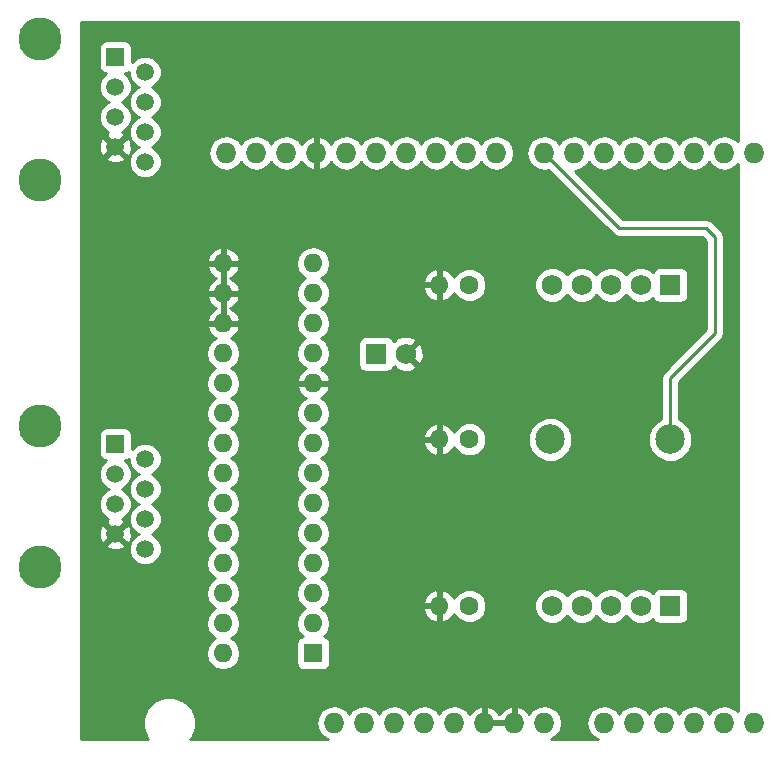
<source format=gbl>
G04 #@! TF.FileFunction,Copper,L2,Bot,Signal*
%FSLAX46Y46*%
G04 Gerber Fmt 4.6, Leading zero omitted, Abs format (unit mm)*
G04 Created by KiCad (PCBNEW 4.0.7) date 09/23/18 17:07:03*
%MOMM*%
%LPD*%
G01*
G04 APERTURE LIST*
%ADD10C,0.100000*%
%ADD11O,1.727200X1.727200*%
%ADD12C,1.600000*%
%ADD13O,1.600000X1.600000*%
%ADD14R,1.750000X1.750000*%
%ADD15C,1.750000*%
%ADD16R,1.600000X1.600000*%
%ADD17C,2.499360*%
%ADD18C,3.650000*%
%ADD19R,1.500000X1.500000*%
%ADD20C,1.500000*%
%ADD21C,0.250000*%
%ADD22C,0.254000*%
G04 APERTURE END LIST*
D10*
D11*
X83820000Y-112776000D03*
X78740000Y-112776000D03*
X76200000Y-112776000D03*
X73660000Y-112776000D03*
X71120000Y-112776000D03*
X68580000Y-112776000D03*
X66040000Y-112776000D03*
X63500000Y-112776000D03*
X96520000Y-64516000D03*
X93980000Y-64516000D03*
X91440000Y-64516000D03*
X88900000Y-64516000D03*
X86360000Y-64516000D03*
X83820000Y-64516000D03*
X81280000Y-64516000D03*
X78740000Y-64516000D03*
X59436000Y-64516000D03*
X74676000Y-64516000D03*
X72136000Y-64516000D03*
X69596000Y-64516000D03*
X51816000Y-64516000D03*
X54356000Y-64516000D03*
X56896000Y-64516000D03*
X61976000Y-64516000D03*
X64516000Y-64516000D03*
X67056000Y-64516000D03*
X60960000Y-112776000D03*
X86360000Y-112776000D03*
X88900000Y-112776000D03*
X91440000Y-112776000D03*
X93980000Y-112776000D03*
X96520000Y-112776000D03*
D12*
X72390000Y-75692000D03*
D13*
X69850000Y-75692000D03*
D12*
X72390000Y-102870000D03*
D13*
X69850000Y-102870000D03*
D12*
X72390000Y-88773000D03*
D13*
X69850000Y-88773000D03*
D14*
X89408000Y-102870000D03*
D15*
X86908000Y-102870000D03*
X84408000Y-102870000D03*
X81908000Y-102870000D03*
X79408000Y-102870000D03*
D16*
X59182000Y-106870500D03*
D13*
X51562000Y-73850500D03*
X59182000Y-104330500D03*
X51562000Y-76390500D03*
X59182000Y-101790500D03*
X51562000Y-78930500D03*
X59182000Y-99250500D03*
X51562000Y-81470500D03*
X59182000Y-96710500D03*
X51562000Y-84010500D03*
X59182000Y-94170500D03*
X51562000Y-86550500D03*
X59182000Y-91630500D03*
X51562000Y-89090500D03*
X59182000Y-89090500D03*
X51562000Y-91630500D03*
X59182000Y-86550500D03*
X51562000Y-94170500D03*
X59182000Y-84010500D03*
X51562000Y-96710500D03*
X59182000Y-81470500D03*
X51562000Y-99250500D03*
X59182000Y-78930500D03*
X51562000Y-101790500D03*
X59182000Y-76390500D03*
X51562000Y-104330500D03*
X59182000Y-73850500D03*
X51562000Y-106870500D03*
D14*
X89408000Y-75692000D03*
D15*
X86908000Y-75692000D03*
X84408000Y-75692000D03*
X81908000Y-75692000D03*
X79408000Y-75692000D03*
D14*
X64516000Y-81534000D03*
D15*
X67016000Y-81534000D03*
D17*
X79248000Y-88773000D03*
X89408000Y-88773000D03*
D18*
X36068000Y-66768000D03*
X36068000Y-54898000D03*
D19*
X42418000Y-56388000D03*
D20*
X44958000Y-57658000D03*
X42418000Y-58928000D03*
X44958000Y-60198000D03*
X42418000Y-61468000D03*
X44958000Y-62738000D03*
X42418000Y-64008000D03*
X44958000Y-65278000D03*
D18*
X36068000Y-99534000D03*
X36068000Y-87664000D03*
D19*
X42418000Y-89154000D03*
D20*
X44958000Y-90424000D03*
X42418000Y-91694000D03*
X44958000Y-92964000D03*
X42418000Y-94234000D03*
X44958000Y-95504000D03*
X42418000Y-96774000D03*
X44958000Y-98044000D03*
D21*
X89408000Y-88773000D02*
X89408000Y-83566000D01*
X85090000Y-70866000D02*
X78740000Y-64516000D01*
X92456000Y-70866000D02*
X85090000Y-70866000D01*
X93218000Y-71628000D02*
X92456000Y-70866000D01*
X93218000Y-79756000D02*
X93218000Y-71628000D01*
X89408000Y-83566000D02*
X93218000Y-79756000D01*
D22*
G36*
X95123000Y-63537103D02*
X95069029Y-63456330D01*
X94582848Y-63131474D01*
X94009359Y-63017400D01*
X93950641Y-63017400D01*
X93377152Y-63131474D01*
X92890971Y-63456330D01*
X92710000Y-63727172D01*
X92529029Y-63456330D01*
X92042848Y-63131474D01*
X91469359Y-63017400D01*
X91410641Y-63017400D01*
X90837152Y-63131474D01*
X90350971Y-63456330D01*
X90170000Y-63727172D01*
X89989029Y-63456330D01*
X89502848Y-63131474D01*
X88929359Y-63017400D01*
X88870641Y-63017400D01*
X88297152Y-63131474D01*
X87810971Y-63456330D01*
X87630000Y-63727172D01*
X87449029Y-63456330D01*
X86962848Y-63131474D01*
X86389359Y-63017400D01*
X86330641Y-63017400D01*
X85757152Y-63131474D01*
X85270971Y-63456330D01*
X85090000Y-63727172D01*
X84909029Y-63456330D01*
X84422848Y-63131474D01*
X83849359Y-63017400D01*
X83790641Y-63017400D01*
X83217152Y-63131474D01*
X82730971Y-63456330D01*
X82550000Y-63727172D01*
X82369029Y-63456330D01*
X81882848Y-63131474D01*
X81309359Y-63017400D01*
X81250641Y-63017400D01*
X80677152Y-63131474D01*
X80190971Y-63456330D01*
X80010000Y-63727172D01*
X79829029Y-63456330D01*
X79342848Y-63131474D01*
X78769359Y-63017400D01*
X78710641Y-63017400D01*
X78137152Y-63131474D01*
X77650971Y-63456330D01*
X77326115Y-63942511D01*
X77212041Y-64516000D01*
X77326115Y-65089489D01*
X77650971Y-65575670D01*
X78137152Y-65900526D01*
X78710641Y-66014600D01*
X78769359Y-66014600D01*
X79098356Y-65949158D01*
X84552599Y-71403401D01*
X84799161Y-71568148D01*
X85090000Y-71626000D01*
X92141198Y-71626000D01*
X92458000Y-71942802D01*
X92458000Y-79441198D01*
X88870599Y-83028599D01*
X88705852Y-83275161D01*
X88648000Y-83566000D01*
X88648000Y-87047799D01*
X88341809Y-87174314D01*
X87811178Y-87704021D01*
X87523648Y-88396469D01*
X87522994Y-89146241D01*
X87809314Y-89839191D01*
X88339021Y-90369822D01*
X89031469Y-90657352D01*
X89781241Y-90658006D01*
X90474191Y-90371686D01*
X91004822Y-89841979D01*
X91292352Y-89149531D01*
X91293006Y-88399759D01*
X91006686Y-87706809D01*
X90476979Y-87176178D01*
X90168000Y-87047879D01*
X90168000Y-83880802D01*
X93755401Y-80293401D01*
X93920148Y-80046839D01*
X93978000Y-79756000D01*
X93978000Y-71628000D01*
X93920148Y-71337161D01*
X93755401Y-71090599D01*
X92993401Y-70328599D01*
X92746839Y-70163852D01*
X92456000Y-70106000D01*
X85404802Y-70106000D01*
X81312731Y-66013929D01*
X81882848Y-65900526D01*
X82369029Y-65575670D01*
X82550000Y-65304828D01*
X82730971Y-65575670D01*
X83217152Y-65900526D01*
X83790641Y-66014600D01*
X83849359Y-66014600D01*
X84422848Y-65900526D01*
X84909029Y-65575670D01*
X85090000Y-65304828D01*
X85270971Y-65575670D01*
X85757152Y-65900526D01*
X86330641Y-66014600D01*
X86389359Y-66014600D01*
X86962848Y-65900526D01*
X87449029Y-65575670D01*
X87630000Y-65304828D01*
X87810971Y-65575670D01*
X88297152Y-65900526D01*
X88870641Y-66014600D01*
X88929359Y-66014600D01*
X89502848Y-65900526D01*
X89989029Y-65575670D01*
X90170000Y-65304828D01*
X90350971Y-65575670D01*
X90837152Y-65900526D01*
X91410641Y-66014600D01*
X91469359Y-66014600D01*
X92042848Y-65900526D01*
X92529029Y-65575670D01*
X92710000Y-65304828D01*
X92890971Y-65575670D01*
X93377152Y-65900526D01*
X93950641Y-66014600D01*
X94009359Y-66014600D01*
X94582848Y-65900526D01*
X95069029Y-65575670D01*
X95123000Y-65494897D01*
X95123000Y-111797103D01*
X95069029Y-111716330D01*
X94582848Y-111391474D01*
X94009359Y-111277400D01*
X93950641Y-111277400D01*
X93377152Y-111391474D01*
X92890971Y-111716330D01*
X92710000Y-111987172D01*
X92529029Y-111716330D01*
X92042848Y-111391474D01*
X91469359Y-111277400D01*
X91410641Y-111277400D01*
X90837152Y-111391474D01*
X90350971Y-111716330D01*
X90170000Y-111987172D01*
X89989029Y-111716330D01*
X89502848Y-111391474D01*
X88929359Y-111277400D01*
X88870641Y-111277400D01*
X88297152Y-111391474D01*
X87810971Y-111716330D01*
X87630000Y-111987172D01*
X87449029Y-111716330D01*
X86962848Y-111391474D01*
X86389359Y-111277400D01*
X86330641Y-111277400D01*
X85757152Y-111391474D01*
X85270971Y-111716330D01*
X85090000Y-111987172D01*
X84909029Y-111716330D01*
X84422848Y-111391474D01*
X83849359Y-111277400D01*
X83790641Y-111277400D01*
X83217152Y-111391474D01*
X82730971Y-111716330D01*
X82406115Y-112202511D01*
X82292041Y-112776000D01*
X82406115Y-113349489D01*
X82730971Y-113835670D01*
X83217152Y-114160526D01*
X83279863Y-114173000D01*
X79280137Y-114173000D01*
X79342848Y-114160526D01*
X79829029Y-113835670D01*
X80153885Y-113349489D01*
X80267959Y-112776000D01*
X80153885Y-112202511D01*
X79829029Y-111716330D01*
X79342848Y-111391474D01*
X78769359Y-111277400D01*
X78710641Y-111277400D01*
X78137152Y-111391474D01*
X77650971Y-111716330D01*
X77470008Y-111987161D01*
X77088490Y-111569179D01*
X76559027Y-111321032D01*
X76327000Y-111441531D01*
X76327000Y-112649000D01*
X76347000Y-112649000D01*
X76347000Y-112903000D01*
X76327000Y-112903000D01*
X76327000Y-112923000D01*
X76073000Y-112923000D01*
X76073000Y-112903000D01*
X73787000Y-112903000D01*
X73787000Y-112923000D01*
X73533000Y-112923000D01*
X73533000Y-112903000D01*
X73513000Y-112903000D01*
X73513000Y-112649000D01*
X73533000Y-112649000D01*
X73533000Y-111441531D01*
X73787000Y-111441531D01*
X73787000Y-112649000D01*
X76073000Y-112649000D01*
X76073000Y-111441531D01*
X75840973Y-111321032D01*
X75311510Y-111569179D01*
X74930000Y-111987152D01*
X74548490Y-111569179D01*
X74019027Y-111321032D01*
X73787000Y-111441531D01*
X73533000Y-111441531D01*
X73300973Y-111321032D01*
X72771510Y-111569179D01*
X72389992Y-111987161D01*
X72209029Y-111716330D01*
X71722848Y-111391474D01*
X71149359Y-111277400D01*
X71090641Y-111277400D01*
X70517152Y-111391474D01*
X70030971Y-111716330D01*
X69850000Y-111987172D01*
X69669029Y-111716330D01*
X69182848Y-111391474D01*
X68609359Y-111277400D01*
X68550641Y-111277400D01*
X67977152Y-111391474D01*
X67490971Y-111716330D01*
X67310000Y-111987172D01*
X67129029Y-111716330D01*
X66642848Y-111391474D01*
X66069359Y-111277400D01*
X66010641Y-111277400D01*
X65437152Y-111391474D01*
X64950971Y-111716330D01*
X64770000Y-111987172D01*
X64589029Y-111716330D01*
X64102848Y-111391474D01*
X63529359Y-111277400D01*
X63470641Y-111277400D01*
X62897152Y-111391474D01*
X62410971Y-111716330D01*
X62230000Y-111987172D01*
X62049029Y-111716330D01*
X61562848Y-111391474D01*
X60989359Y-111277400D01*
X60930641Y-111277400D01*
X60357152Y-111391474D01*
X59870971Y-111716330D01*
X59546115Y-112202511D01*
X59432041Y-112776000D01*
X59546115Y-113349489D01*
X59870971Y-113835670D01*
X60357152Y-114160526D01*
X60419863Y-114173000D01*
X48754089Y-114173000D01*
X48883636Y-114043679D01*
X49224611Y-113222519D01*
X49225387Y-112333381D01*
X48885845Y-111511628D01*
X48257679Y-110882364D01*
X47436519Y-110541389D01*
X46547381Y-110540613D01*
X45725628Y-110880155D01*
X45096364Y-111508321D01*
X44755389Y-112329481D01*
X44754613Y-113218619D01*
X45094155Y-114040372D01*
X45226551Y-114173000D01*
X39497000Y-114173000D01*
X39497000Y-97745517D01*
X41626088Y-97745517D01*
X41694077Y-97986460D01*
X42213171Y-98171201D01*
X42763448Y-98143230D01*
X43141923Y-97986460D01*
X43209912Y-97745517D01*
X42418000Y-96953605D01*
X41626088Y-97745517D01*
X39497000Y-97745517D01*
X39497000Y-96569171D01*
X41020799Y-96569171D01*
X41048770Y-97119448D01*
X41205540Y-97497923D01*
X41446483Y-97565912D01*
X42238395Y-96774000D01*
X42597605Y-96774000D01*
X43389517Y-97565912D01*
X43630460Y-97497923D01*
X43815201Y-96978829D01*
X43787230Y-96428552D01*
X43630460Y-96050077D01*
X43389517Y-95982088D01*
X42597605Y-96774000D01*
X42238395Y-96774000D01*
X41446483Y-95982088D01*
X41205540Y-96050077D01*
X41020799Y-96569171D01*
X39497000Y-96569171D01*
X39497000Y-88404000D01*
X41020560Y-88404000D01*
X41020560Y-89904000D01*
X41064838Y-90139317D01*
X41203910Y-90355441D01*
X41416110Y-90500431D01*
X41613262Y-90540355D01*
X41244539Y-90908436D01*
X41033241Y-91417298D01*
X41032760Y-91968285D01*
X41243169Y-92477515D01*
X41632436Y-92867461D01*
X41864870Y-92963976D01*
X41634485Y-93059169D01*
X41244539Y-93448436D01*
X41033241Y-93957298D01*
X41032760Y-94508285D01*
X41243169Y-95017515D01*
X41632436Y-95407461D01*
X41848979Y-95497377D01*
X41694077Y-95561540D01*
X41626088Y-95802483D01*
X42418000Y-96594395D01*
X43209912Y-95802483D01*
X43141923Y-95561540D01*
X42975379Y-95502268D01*
X43201515Y-95408831D01*
X43591461Y-95019564D01*
X43802759Y-94510702D01*
X43803240Y-93959715D01*
X43592831Y-93450485D01*
X43203564Y-93060539D01*
X42971130Y-92964024D01*
X43201515Y-92868831D01*
X43591461Y-92479564D01*
X43802759Y-91970702D01*
X43803240Y-91419715D01*
X43592831Y-90910485D01*
X43223909Y-90540920D01*
X43403317Y-90507162D01*
X43573022Y-90397960D01*
X43572760Y-90698285D01*
X43783169Y-91207515D01*
X44172436Y-91597461D01*
X44404870Y-91693976D01*
X44174485Y-91789169D01*
X43784539Y-92178436D01*
X43573241Y-92687298D01*
X43572760Y-93238285D01*
X43783169Y-93747515D01*
X44172436Y-94137461D01*
X44404870Y-94233976D01*
X44174485Y-94329169D01*
X43784539Y-94718436D01*
X43573241Y-95227298D01*
X43572760Y-95778285D01*
X43783169Y-96287515D01*
X44172436Y-96677461D01*
X44404870Y-96773976D01*
X44174485Y-96869169D01*
X43784539Y-97258436D01*
X43573241Y-97767298D01*
X43572760Y-98318285D01*
X43783169Y-98827515D01*
X44172436Y-99217461D01*
X44681298Y-99428759D01*
X45232285Y-99429240D01*
X45741515Y-99218831D01*
X46131461Y-98829564D01*
X46342759Y-98320702D01*
X46343240Y-97769715D01*
X46132831Y-97260485D01*
X45743564Y-96870539D01*
X45511130Y-96774024D01*
X45741515Y-96678831D01*
X46131461Y-96289564D01*
X46342759Y-95780702D01*
X46343240Y-95229715D01*
X46132831Y-94720485D01*
X45743564Y-94330539D01*
X45511130Y-94234024D01*
X45741515Y-94138831D01*
X46131461Y-93749564D01*
X46342759Y-93240702D01*
X46343240Y-92689715D01*
X46132831Y-92180485D01*
X45743564Y-91790539D01*
X45511130Y-91694024D01*
X45741515Y-91598831D01*
X46131461Y-91209564D01*
X46342759Y-90700702D01*
X46343240Y-90149715D01*
X46132831Y-89640485D01*
X45743564Y-89250539D01*
X45234702Y-89039241D01*
X44683715Y-89038760D01*
X44174485Y-89249169D01*
X43815440Y-89607589D01*
X43815440Y-88404000D01*
X43771162Y-88168683D01*
X43632090Y-87952559D01*
X43419890Y-87807569D01*
X43168000Y-87756560D01*
X41668000Y-87756560D01*
X41432683Y-87800838D01*
X41216559Y-87939910D01*
X41071569Y-88152110D01*
X41020560Y-88404000D01*
X39497000Y-88404000D01*
X39497000Y-81470500D01*
X50098887Y-81470500D01*
X50208120Y-82019651D01*
X50519189Y-82485198D01*
X50901275Y-82740500D01*
X50519189Y-82995802D01*
X50208120Y-83461349D01*
X50098887Y-84010500D01*
X50208120Y-84559651D01*
X50519189Y-85025198D01*
X50901275Y-85280500D01*
X50519189Y-85535802D01*
X50208120Y-86001349D01*
X50098887Y-86550500D01*
X50208120Y-87099651D01*
X50519189Y-87565198D01*
X50901275Y-87820500D01*
X50519189Y-88075802D01*
X50208120Y-88541349D01*
X50098887Y-89090500D01*
X50208120Y-89639651D01*
X50519189Y-90105198D01*
X50901275Y-90360500D01*
X50519189Y-90615802D01*
X50208120Y-91081349D01*
X50098887Y-91630500D01*
X50208120Y-92179651D01*
X50519189Y-92645198D01*
X50901275Y-92900500D01*
X50519189Y-93155802D01*
X50208120Y-93621349D01*
X50098887Y-94170500D01*
X50208120Y-94719651D01*
X50519189Y-95185198D01*
X50901275Y-95440500D01*
X50519189Y-95695802D01*
X50208120Y-96161349D01*
X50098887Y-96710500D01*
X50208120Y-97259651D01*
X50519189Y-97725198D01*
X50901275Y-97980500D01*
X50519189Y-98235802D01*
X50208120Y-98701349D01*
X50098887Y-99250500D01*
X50208120Y-99799651D01*
X50519189Y-100265198D01*
X50901275Y-100520500D01*
X50519189Y-100775802D01*
X50208120Y-101241349D01*
X50098887Y-101790500D01*
X50208120Y-102339651D01*
X50519189Y-102805198D01*
X50901275Y-103060500D01*
X50519189Y-103315802D01*
X50208120Y-103781349D01*
X50098887Y-104330500D01*
X50208120Y-104879651D01*
X50519189Y-105345198D01*
X50901275Y-105600500D01*
X50519189Y-105855802D01*
X50208120Y-106321349D01*
X50098887Y-106870500D01*
X50208120Y-107419651D01*
X50519189Y-107885198D01*
X50984736Y-108196267D01*
X51533887Y-108305500D01*
X51590113Y-108305500D01*
X52139264Y-108196267D01*
X52604811Y-107885198D01*
X52915880Y-107419651D01*
X53025113Y-106870500D01*
X52915880Y-106321349D01*
X52604811Y-105855802D01*
X52222725Y-105600500D01*
X52604811Y-105345198D01*
X52915880Y-104879651D01*
X53025113Y-104330500D01*
X52915880Y-103781349D01*
X52604811Y-103315802D01*
X52222725Y-103060500D01*
X52604811Y-102805198D01*
X52915880Y-102339651D01*
X53025113Y-101790500D01*
X52915880Y-101241349D01*
X52604811Y-100775802D01*
X52222725Y-100520500D01*
X52604811Y-100265198D01*
X52915880Y-99799651D01*
X53025113Y-99250500D01*
X52915880Y-98701349D01*
X52604811Y-98235802D01*
X52222725Y-97980500D01*
X52604811Y-97725198D01*
X52915880Y-97259651D01*
X53025113Y-96710500D01*
X52915880Y-96161349D01*
X52604811Y-95695802D01*
X52222725Y-95440500D01*
X52604811Y-95185198D01*
X52915880Y-94719651D01*
X53025113Y-94170500D01*
X52915880Y-93621349D01*
X52604811Y-93155802D01*
X52222725Y-92900500D01*
X52604811Y-92645198D01*
X52915880Y-92179651D01*
X53025113Y-91630500D01*
X52915880Y-91081349D01*
X52604811Y-90615802D01*
X52222725Y-90360500D01*
X52604811Y-90105198D01*
X52915880Y-89639651D01*
X53025113Y-89090500D01*
X52915880Y-88541349D01*
X52604811Y-88075802D01*
X52222725Y-87820500D01*
X52604811Y-87565198D01*
X52915880Y-87099651D01*
X53025113Y-86550500D01*
X57718887Y-86550500D01*
X57828120Y-87099651D01*
X58139189Y-87565198D01*
X58521275Y-87820500D01*
X58139189Y-88075802D01*
X57828120Y-88541349D01*
X57718887Y-89090500D01*
X57828120Y-89639651D01*
X58139189Y-90105198D01*
X58521275Y-90360500D01*
X58139189Y-90615802D01*
X57828120Y-91081349D01*
X57718887Y-91630500D01*
X57828120Y-92179651D01*
X58139189Y-92645198D01*
X58521275Y-92900500D01*
X58139189Y-93155802D01*
X57828120Y-93621349D01*
X57718887Y-94170500D01*
X57828120Y-94719651D01*
X58139189Y-95185198D01*
X58521275Y-95440500D01*
X58139189Y-95695802D01*
X57828120Y-96161349D01*
X57718887Y-96710500D01*
X57828120Y-97259651D01*
X58139189Y-97725198D01*
X58521275Y-97980500D01*
X58139189Y-98235802D01*
X57828120Y-98701349D01*
X57718887Y-99250500D01*
X57828120Y-99799651D01*
X58139189Y-100265198D01*
X58521275Y-100520500D01*
X58139189Y-100775802D01*
X57828120Y-101241349D01*
X57718887Y-101790500D01*
X57828120Y-102339651D01*
X58139189Y-102805198D01*
X58521275Y-103060500D01*
X58139189Y-103315802D01*
X57828120Y-103781349D01*
X57718887Y-104330500D01*
X57828120Y-104879651D01*
X58139189Y-105345198D01*
X58283465Y-105441601D01*
X58146683Y-105467338D01*
X57930559Y-105606410D01*
X57785569Y-105818610D01*
X57734560Y-106070500D01*
X57734560Y-107670500D01*
X57778838Y-107905817D01*
X57917910Y-108121941D01*
X58130110Y-108266931D01*
X58382000Y-108317940D01*
X59982000Y-108317940D01*
X60217317Y-108273662D01*
X60433441Y-108134590D01*
X60578431Y-107922390D01*
X60629440Y-107670500D01*
X60629440Y-106070500D01*
X60585162Y-105835183D01*
X60446090Y-105619059D01*
X60233890Y-105474069D01*
X60078911Y-105442685D01*
X60224811Y-105345198D01*
X60535880Y-104879651D01*
X60645113Y-104330500D01*
X60535880Y-103781349D01*
X60224811Y-103315802D01*
X60079996Y-103219039D01*
X68458096Y-103219039D01*
X68618959Y-103607423D01*
X68994866Y-104022389D01*
X69500959Y-104261914D01*
X69723000Y-104140629D01*
X69723000Y-102997000D01*
X68580085Y-102997000D01*
X68458096Y-103219039D01*
X60079996Y-103219039D01*
X59842725Y-103060500D01*
X60224811Y-102805198D01*
X60414732Y-102520961D01*
X68458096Y-102520961D01*
X68580085Y-102743000D01*
X69723000Y-102743000D01*
X69723000Y-101599371D01*
X69977000Y-101599371D01*
X69977000Y-102743000D01*
X69997000Y-102743000D01*
X69997000Y-102997000D01*
X69977000Y-102997000D01*
X69977000Y-104140629D01*
X70199041Y-104261914D01*
X70705134Y-104022389D01*
X71081041Y-103607423D01*
X71111570Y-103533715D01*
X71172757Y-103681800D01*
X71576077Y-104085824D01*
X72103309Y-104304750D01*
X72674187Y-104305248D01*
X73201800Y-104087243D01*
X73605824Y-103683923D01*
X73819622Y-103169040D01*
X77897738Y-103169040D01*
X78127138Y-103724229D01*
X78551537Y-104149370D01*
X79106325Y-104379738D01*
X79707040Y-104380262D01*
X80262229Y-104150862D01*
X80658318Y-103755464D01*
X81051537Y-104149370D01*
X81606325Y-104379738D01*
X82207040Y-104380262D01*
X82762229Y-104150862D01*
X83158318Y-103755464D01*
X83551537Y-104149370D01*
X84106325Y-104379738D01*
X84707040Y-104380262D01*
X85262229Y-104150862D01*
X85658318Y-103755464D01*
X86051537Y-104149370D01*
X86606325Y-104379738D01*
X87207040Y-104380262D01*
X87762229Y-104150862D01*
X87931103Y-103982283D01*
X88068910Y-104196441D01*
X88281110Y-104341431D01*
X88533000Y-104392440D01*
X90283000Y-104392440D01*
X90518317Y-104348162D01*
X90734441Y-104209090D01*
X90879431Y-103996890D01*
X90930440Y-103745000D01*
X90930440Y-101995000D01*
X90886162Y-101759683D01*
X90747090Y-101543559D01*
X90534890Y-101398569D01*
X90283000Y-101347560D01*
X88533000Y-101347560D01*
X88297683Y-101391838D01*
X88081559Y-101530910D01*
X87936569Y-101743110D01*
X87933214Y-101759676D01*
X87764463Y-101590630D01*
X87209675Y-101360262D01*
X86608960Y-101359738D01*
X86053771Y-101589138D01*
X85657682Y-101984536D01*
X85264463Y-101590630D01*
X84709675Y-101360262D01*
X84108960Y-101359738D01*
X83553771Y-101589138D01*
X83157682Y-101984536D01*
X82764463Y-101590630D01*
X82209675Y-101360262D01*
X81608960Y-101359738D01*
X81053771Y-101589138D01*
X80657682Y-101984536D01*
X80264463Y-101590630D01*
X79709675Y-101360262D01*
X79108960Y-101359738D01*
X78553771Y-101589138D01*
X78128630Y-102013537D01*
X77898262Y-102568325D01*
X77897738Y-103169040D01*
X73819622Y-103169040D01*
X73824750Y-103156691D01*
X73825248Y-102585813D01*
X73607243Y-102058200D01*
X73203923Y-101654176D01*
X72676691Y-101435250D01*
X72105813Y-101434752D01*
X71578200Y-101652757D01*
X71174176Y-102056077D01*
X71111687Y-102206568D01*
X71081041Y-102132577D01*
X70705134Y-101717611D01*
X70199041Y-101478086D01*
X69977000Y-101599371D01*
X69723000Y-101599371D01*
X69500959Y-101478086D01*
X68994866Y-101717611D01*
X68618959Y-102132577D01*
X68458096Y-102520961D01*
X60414732Y-102520961D01*
X60535880Y-102339651D01*
X60645113Y-101790500D01*
X60535880Y-101241349D01*
X60224811Y-100775802D01*
X59842725Y-100520500D01*
X60224811Y-100265198D01*
X60535880Y-99799651D01*
X60645113Y-99250500D01*
X60535880Y-98701349D01*
X60224811Y-98235802D01*
X59842725Y-97980500D01*
X60224811Y-97725198D01*
X60535880Y-97259651D01*
X60645113Y-96710500D01*
X60535880Y-96161349D01*
X60224811Y-95695802D01*
X59842725Y-95440500D01*
X60224811Y-95185198D01*
X60535880Y-94719651D01*
X60645113Y-94170500D01*
X60535880Y-93621349D01*
X60224811Y-93155802D01*
X59842725Y-92900500D01*
X60224811Y-92645198D01*
X60535880Y-92179651D01*
X60645113Y-91630500D01*
X60535880Y-91081349D01*
X60224811Y-90615802D01*
X59842725Y-90360500D01*
X60224811Y-90105198D01*
X60535880Y-89639651D01*
X60638839Y-89122039D01*
X68458096Y-89122039D01*
X68618959Y-89510423D01*
X68994866Y-89925389D01*
X69500959Y-90164914D01*
X69723000Y-90043629D01*
X69723000Y-88900000D01*
X68580085Y-88900000D01*
X68458096Y-89122039D01*
X60638839Y-89122039D01*
X60645113Y-89090500D01*
X60535880Y-88541349D01*
X60457444Y-88423961D01*
X68458096Y-88423961D01*
X68580085Y-88646000D01*
X69723000Y-88646000D01*
X69723000Y-87502371D01*
X69977000Y-87502371D01*
X69977000Y-88646000D01*
X69997000Y-88646000D01*
X69997000Y-88900000D01*
X69977000Y-88900000D01*
X69977000Y-90043629D01*
X70199041Y-90164914D01*
X70705134Y-89925389D01*
X71081041Y-89510423D01*
X71111570Y-89436715D01*
X71172757Y-89584800D01*
X71576077Y-89988824D01*
X72103309Y-90207750D01*
X72674187Y-90208248D01*
X73201800Y-89990243D01*
X73605824Y-89586923D01*
X73788811Y-89146241D01*
X77362994Y-89146241D01*
X77649314Y-89839191D01*
X78179021Y-90369822D01*
X78871469Y-90657352D01*
X79621241Y-90658006D01*
X80314191Y-90371686D01*
X80844822Y-89841979D01*
X81132352Y-89149531D01*
X81133006Y-88399759D01*
X80846686Y-87706809D01*
X80316979Y-87176178D01*
X79624531Y-86888648D01*
X78874759Y-86887994D01*
X78181809Y-87174314D01*
X77651178Y-87704021D01*
X77363648Y-88396469D01*
X77362994Y-89146241D01*
X73788811Y-89146241D01*
X73824750Y-89059691D01*
X73825248Y-88488813D01*
X73607243Y-87961200D01*
X73203923Y-87557176D01*
X72676691Y-87338250D01*
X72105813Y-87337752D01*
X71578200Y-87555757D01*
X71174176Y-87959077D01*
X71111687Y-88109568D01*
X71081041Y-88035577D01*
X70705134Y-87620611D01*
X70199041Y-87381086D01*
X69977000Y-87502371D01*
X69723000Y-87502371D01*
X69500959Y-87381086D01*
X68994866Y-87620611D01*
X68618959Y-88035577D01*
X68458096Y-88423961D01*
X60457444Y-88423961D01*
X60224811Y-88075802D01*
X59842725Y-87820500D01*
X60224811Y-87565198D01*
X60535880Y-87099651D01*
X60645113Y-86550500D01*
X60535880Y-86001349D01*
X60224811Y-85535802D01*
X59820297Y-85265514D01*
X60037134Y-85162889D01*
X60413041Y-84747923D01*
X60573904Y-84359539D01*
X60451915Y-84137500D01*
X59309000Y-84137500D01*
X59309000Y-84157500D01*
X59055000Y-84157500D01*
X59055000Y-84137500D01*
X57912085Y-84137500D01*
X57790096Y-84359539D01*
X57950959Y-84747923D01*
X58326866Y-85162889D01*
X58543703Y-85265514D01*
X58139189Y-85535802D01*
X57828120Y-86001349D01*
X57718887Y-86550500D01*
X53025113Y-86550500D01*
X52915880Y-86001349D01*
X52604811Y-85535802D01*
X52222725Y-85280500D01*
X52604811Y-85025198D01*
X52915880Y-84559651D01*
X53025113Y-84010500D01*
X52915880Y-83461349D01*
X52604811Y-82995802D01*
X52222725Y-82740500D01*
X52604811Y-82485198D01*
X52915880Y-82019651D01*
X53025113Y-81470500D01*
X52915880Y-80921349D01*
X52604811Y-80455802D01*
X52200297Y-80185514D01*
X52417134Y-80082889D01*
X52793041Y-79667923D01*
X52953904Y-79279539D01*
X52831915Y-79057500D01*
X51689000Y-79057500D01*
X51689000Y-79077500D01*
X51435000Y-79077500D01*
X51435000Y-79057500D01*
X50292085Y-79057500D01*
X50170096Y-79279539D01*
X50330959Y-79667923D01*
X50706866Y-80082889D01*
X50923703Y-80185514D01*
X50519189Y-80455802D01*
X50208120Y-80921349D01*
X50098887Y-81470500D01*
X39497000Y-81470500D01*
X39497000Y-76739539D01*
X50170096Y-76739539D01*
X50330959Y-77127923D01*
X50706866Y-77542889D01*
X50955367Y-77660500D01*
X50706866Y-77778111D01*
X50330959Y-78193077D01*
X50170096Y-78581461D01*
X50292085Y-78803500D01*
X51435000Y-78803500D01*
X51435000Y-76517500D01*
X51689000Y-76517500D01*
X51689000Y-78803500D01*
X52831915Y-78803500D01*
X52953904Y-78581461D01*
X52793041Y-78193077D01*
X52417134Y-77778111D01*
X52168633Y-77660500D01*
X52417134Y-77542889D01*
X52793041Y-77127923D01*
X52953904Y-76739539D01*
X52831915Y-76517500D01*
X51689000Y-76517500D01*
X51435000Y-76517500D01*
X50292085Y-76517500D01*
X50170096Y-76739539D01*
X39497000Y-76739539D01*
X39497000Y-74199539D01*
X50170096Y-74199539D01*
X50330959Y-74587923D01*
X50706866Y-75002889D01*
X50955367Y-75120500D01*
X50706866Y-75238111D01*
X50330959Y-75653077D01*
X50170096Y-76041461D01*
X50292085Y-76263500D01*
X51435000Y-76263500D01*
X51435000Y-73977500D01*
X51689000Y-73977500D01*
X51689000Y-76263500D01*
X52831915Y-76263500D01*
X52953904Y-76041461D01*
X52793041Y-75653077D01*
X52417134Y-75238111D01*
X52168633Y-75120500D01*
X52417134Y-75002889D01*
X52793041Y-74587923D01*
X52953904Y-74199539D01*
X52831915Y-73977500D01*
X51689000Y-73977500D01*
X51435000Y-73977500D01*
X50292085Y-73977500D01*
X50170096Y-74199539D01*
X39497000Y-74199539D01*
X39497000Y-73850500D01*
X57718887Y-73850500D01*
X57828120Y-74399651D01*
X58139189Y-74865198D01*
X58521275Y-75120500D01*
X58139189Y-75375802D01*
X57828120Y-75841349D01*
X57718887Y-76390500D01*
X57828120Y-76939651D01*
X58139189Y-77405198D01*
X58521275Y-77660500D01*
X58139189Y-77915802D01*
X57828120Y-78381349D01*
X57718887Y-78930500D01*
X57828120Y-79479651D01*
X58139189Y-79945198D01*
X58521275Y-80200500D01*
X58139189Y-80455802D01*
X57828120Y-80921349D01*
X57718887Y-81470500D01*
X57828120Y-82019651D01*
X58139189Y-82485198D01*
X58543703Y-82755486D01*
X58326866Y-82858111D01*
X57950959Y-83273077D01*
X57790096Y-83661461D01*
X57912085Y-83883500D01*
X59055000Y-83883500D01*
X59055000Y-83863500D01*
X59309000Y-83863500D01*
X59309000Y-83883500D01*
X60451915Y-83883500D01*
X60573904Y-83661461D01*
X60413041Y-83273077D01*
X60037134Y-82858111D01*
X59820297Y-82755486D01*
X60224811Y-82485198D01*
X60535880Y-82019651D01*
X60645113Y-81470500D01*
X60535880Y-80921349D01*
X60360584Y-80659000D01*
X62993560Y-80659000D01*
X62993560Y-82409000D01*
X63037838Y-82644317D01*
X63176910Y-82860441D01*
X63389110Y-83005431D01*
X63641000Y-83056440D01*
X65391000Y-83056440D01*
X65626317Y-83012162D01*
X65842441Y-82873090D01*
X65979994Y-82671774D01*
X66018914Y-82710694D01*
X66133546Y-82596062D01*
X66216884Y-82849953D01*
X66781306Y-83055590D01*
X67381458Y-83029579D01*
X67815116Y-82849953D01*
X67898455Y-82596060D01*
X67016000Y-81713605D01*
X67001858Y-81727748D01*
X66822253Y-81548143D01*
X66836395Y-81534000D01*
X67195605Y-81534000D01*
X68078060Y-82416455D01*
X68331953Y-82333116D01*
X68537590Y-81768694D01*
X68511579Y-81168542D01*
X68331953Y-80734884D01*
X68078060Y-80651545D01*
X67195605Y-81534000D01*
X66836395Y-81534000D01*
X66822253Y-81519858D01*
X67001858Y-81340253D01*
X67016000Y-81354395D01*
X67898455Y-80471940D01*
X67815116Y-80218047D01*
X67250694Y-80012410D01*
X66650542Y-80038421D01*
X66216884Y-80218047D01*
X66133546Y-80471938D01*
X66018914Y-80357306D01*
X65977864Y-80398356D01*
X65855090Y-80207559D01*
X65642890Y-80062569D01*
X65391000Y-80011560D01*
X63641000Y-80011560D01*
X63405683Y-80055838D01*
X63189559Y-80194910D01*
X63044569Y-80407110D01*
X62993560Y-80659000D01*
X60360584Y-80659000D01*
X60224811Y-80455802D01*
X59842725Y-80200500D01*
X60224811Y-79945198D01*
X60535880Y-79479651D01*
X60645113Y-78930500D01*
X60535880Y-78381349D01*
X60224811Y-77915802D01*
X59842725Y-77660500D01*
X60224811Y-77405198D01*
X60535880Y-76939651D01*
X60645113Y-76390500D01*
X60575601Y-76041039D01*
X68458096Y-76041039D01*
X68618959Y-76429423D01*
X68994866Y-76844389D01*
X69500959Y-77083914D01*
X69723000Y-76962629D01*
X69723000Y-75819000D01*
X68580085Y-75819000D01*
X68458096Y-76041039D01*
X60575601Y-76041039D01*
X60535880Y-75841349D01*
X60224811Y-75375802D01*
X60175662Y-75342961D01*
X68458096Y-75342961D01*
X68580085Y-75565000D01*
X69723000Y-75565000D01*
X69723000Y-74421371D01*
X69977000Y-74421371D01*
X69977000Y-75565000D01*
X69997000Y-75565000D01*
X69997000Y-75819000D01*
X69977000Y-75819000D01*
X69977000Y-76962629D01*
X70199041Y-77083914D01*
X70705134Y-76844389D01*
X71081041Y-76429423D01*
X71111570Y-76355715D01*
X71172757Y-76503800D01*
X71576077Y-76907824D01*
X72103309Y-77126750D01*
X72674187Y-77127248D01*
X73201800Y-76909243D01*
X73605824Y-76505923D01*
X73819622Y-75991040D01*
X77897738Y-75991040D01*
X78127138Y-76546229D01*
X78551537Y-76971370D01*
X79106325Y-77201738D01*
X79707040Y-77202262D01*
X80262229Y-76972862D01*
X80658318Y-76577464D01*
X81051537Y-76971370D01*
X81606325Y-77201738D01*
X82207040Y-77202262D01*
X82762229Y-76972862D01*
X83158318Y-76577464D01*
X83551537Y-76971370D01*
X84106325Y-77201738D01*
X84707040Y-77202262D01*
X85262229Y-76972862D01*
X85658318Y-76577464D01*
X86051537Y-76971370D01*
X86606325Y-77201738D01*
X87207040Y-77202262D01*
X87762229Y-76972862D01*
X87931103Y-76804283D01*
X88068910Y-77018441D01*
X88281110Y-77163431D01*
X88533000Y-77214440D01*
X90283000Y-77214440D01*
X90518317Y-77170162D01*
X90734441Y-77031090D01*
X90879431Y-76818890D01*
X90930440Y-76567000D01*
X90930440Y-74817000D01*
X90886162Y-74581683D01*
X90747090Y-74365559D01*
X90534890Y-74220569D01*
X90283000Y-74169560D01*
X88533000Y-74169560D01*
X88297683Y-74213838D01*
X88081559Y-74352910D01*
X87936569Y-74565110D01*
X87933214Y-74581676D01*
X87764463Y-74412630D01*
X87209675Y-74182262D01*
X86608960Y-74181738D01*
X86053771Y-74411138D01*
X85657682Y-74806536D01*
X85264463Y-74412630D01*
X84709675Y-74182262D01*
X84108960Y-74181738D01*
X83553771Y-74411138D01*
X83157682Y-74806536D01*
X82764463Y-74412630D01*
X82209675Y-74182262D01*
X81608960Y-74181738D01*
X81053771Y-74411138D01*
X80657682Y-74806536D01*
X80264463Y-74412630D01*
X79709675Y-74182262D01*
X79108960Y-74181738D01*
X78553771Y-74411138D01*
X78128630Y-74835537D01*
X77898262Y-75390325D01*
X77897738Y-75991040D01*
X73819622Y-75991040D01*
X73824750Y-75978691D01*
X73825248Y-75407813D01*
X73607243Y-74880200D01*
X73203923Y-74476176D01*
X72676691Y-74257250D01*
X72105813Y-74256752D01*
X71578200Y-74474757D01*
X71174176Y-74878077D01*
X71111687Y-75028568D01*
X71081041Y-74954577D01*
X70705134Y-74539611D01*
X70199041Y-74300086D01*
X69977000Y-74421371D01*
X69723000Y-74421371D01*
X69500959Y-74300086D01*
X68994866Y-74539611D01*
X68618959Y-74954577D01*
X68458096Y-75342961D01*
X60175662Y-75342961D01*
X59842725Y-75120500D01*
X60224811Y-74865198D01*
X60535880Y-74399651D01*
X60645113Y-73850500D01*
X60535880Y-73301349D01*
X60224811Y-72835802D01*
X59759264Y-72524733D01*
X59210113Y-72415500D01*
X59153887Y-72415500D01*
X58604736Y-72524733D01*
X58139189Y-72835802D01*
X57828120Y-73301349D01*
X57718887Y-73850500D01*
X39497000Y-73850500D01*
X39497000Y-73501461D01*
X50170096Y-73501461D01*
X50292085Y-73723500D01*
X51435000Y-73723500D01*
X51435000Y-72579871D01*
X51689000Y-72579871D01*
X51689000Y-73723500D01*
X52831915Y-73723500D01*
X52953904Y-73501461D01*
X52793041Y-73113077D01*
X52417134Y-72698111D01*
X51911041Y-72458586D01*
X51689000Y-72579871D01*
X51435000Y-72579871D01*
X51212959Y-72458586D01*
X50706866Y-72698111D01*
X50330959Y-73113077D01*
X50170096Y-73501461D01*
X39497000Y-73501461D01*
X39497000Y-64979517D01*
X41626088Y-64979517D01*
X41694077Y-65220460D01*
X42213171Y-65405201D01*
X42763448Y-65377230D01*
X43141923Y-65220460D01*
X43209912Y-64979517D01*
X42418000Y-64187605D01*
X41626088Y-64979517D01*
X39497000Y-64979517D01*
X39497000Y-63803171D01*
X41020799Y-63803171D01*
X41048770Y-64353448D01*
X41205540Y-64731923D01*
X41446483Y-64799912D01*
X42238395Y-64008000D01*
X42597605Y-64008000D01*
X43389517Y-64799912D01*
X43630460Y-64731923D01*
X43815201Y-64212829D01*
X43787230Y-63662552D01*
X43630460Y-63284077D01*
X43389517Y-63216088D01*
X42597605Y-64008000D01*
X42238395Y-64008000D01*
X41446483Y-63216088D01*
X41205540Y-63284077D01*
X41020799Y-63803171D01*
X39497000Y-63803171D01*
X39497000Y-55638000D01*
X41020560Y-55638000D01*
X41020560Y-57138000D01*
X41064838Y-57373317D01*
X41203910Y-57589441D01*
X41416110Y-57734431D01*
X41613262Y-57774355D01*
X41244539Y-58142436D01*
X41033241Y-58651298D01*
X41032760Y-59202285D01*
X41243169Y-59711515D01*
X41632436Y-60101461D01*
X41864870Y-60197976D01*
X41634485Y-60293169D01*
X41244539Y-60682436D01*
X41033241Y-61191298D01*
X41032760Y-61742285D01*
X41243169Y-62251515D01*
X41632436Y-62641461D01*
X41848979Y-62731377D01*
X41694077Y-62795540D01*
X41626088Y-63036483D01*
X42418000Y-63828395D01*
X43209912Y-63036483D01*
X43141923Y-62795540D01*
X42975379Y-62736268D01*
X43201515Y-62642831D01*
X43591461Y-62253564D01*
X43802759Y-61744702D01*
X43803240Y-61193715D01*
X43592831Y-60684485D01*
X43203564Y-60294539D01*
X42971130Y-60198024D01*
X43201515Y-60102831D01*
X43591461Y-59713564D01*
X43802759Y-59204702D01*
X43803240Y-58653715D01*
X43592831Y-58144485D01*
X43223909Y-57774920D01*
X43403317Y-57741162D01*
X43573022Y-57631960D01*
X43572760Y-57932285D01*
X43783169Y-58441515D01*
X44172436Y-58831461D01*
X44404870Y-58927976D01*
X44174485Y-59023169D01*
X43784539Y-59412436D01*
X43573241Y-59921298D01*
X43572760Y-60472285D01*
X43783169Y-60981515D01*
X44172436Y-61371461D01*
X44404870Y-61467976D01*
X44174485Y-61563169D01*
X43784539Y-61952436D01*
X43573241Y-62461298D01*
X43572760Y-63012285D01*
X43783169Y-63521515D01*
X44172436Y-63911461D01*
X44404870Y-64007976D01*
X44174485Y-64103169D01*
X43784539Y-64492436D01*
X43573241Y-65001298D01*
X43572760Y-65552285D01*
X43783169Y-66061515D01*
X44172436Y-66451461D01*
X44681298Y-66662759D01*
X45232285Y-66663240D01*
X45741515Y-66452831D01*
X46131461Y-66063564D01*
X46342759Y-65554702D01*
X46343240Y-65003715D01*
X46141721Y-64516000D01*
X50288041Y-64516000D01*
X50402115Y-65089489D01*
X50726971Y-65575670D01*
X51213152Y-65900526D01*
X51786641Y-66014600D01*
X51845359Y-66014600D01*
X52418848Y-65900526D01*
X52905029Y-65575670D01*
X53086000Y-65304828D01*
X53266971Y-65575670D01*
X53753152Y-65900526D01*
X54326641Y-66014600D01*
X54385359Y-66014600D01*
X54958848Y-65900526D01*
X55445029Y-65575670D01*
X55626000Y-65304828D01*
X55806971Y-65575670D01*
X56293152Y-65900526D01*
X56866641Y-66014600D01*
X56925359Y-66014600D01*
X57498848Y-65900526D01*
X57985029Y-65575670D01*
X58165992Y-65304839D01*
X58547510Y-65722821D01*
X59076973Y-65970968D01*
X59309000Y-65850469D01*
X59309000Y-64643000D01*
X59289000Y-64643000D01*
X59289000Y-64389000D01*
X59309000Y-64389000D01*
X59309000Y-63181531D01*
X59563000Y-63181531D01*
X59563000Y-64389000D01*
X59583000Y-64389000D01*
X59583000Y-64643000D01*
X59563000Y-64643000D01*
X59563000Y-65850469D01*
X59795027Y-65970968D01*
X60324490Y-65722821D01*
X60706008Y-65304839D01*
X60886971Y-65575670D01*
X61373152Y-65900526D01*
X61946641Y-66014600D01*
X62005359Y-66014600D01*
X62578848Y-65900526D01*
X63065029Y-65575670D01*
X63246000Y-65304828D01*
X63426971Y-65575670D01*
X63913152Y-65900526D01*
X64486641Y-66014600D01*
X64545359Y-66014600D01*
X65118848Y-65900526D01*
X65605029Y-65575670D01*
X65786000Y-65304828D01*
X65966971Y-65575670D01*
X66453152Y-65900526D01*
X67026641Y-66014600D01*
X67085359Y-66014600D01*
X67658848Y-65900526D01*
X68145029Y-65575670D01*
X68326000Y-65304828D01*
X68506971Y-65575670D01*
X68993152Y-65900526D01*
X69566641Y-66014600D01*
X69625359Y-66014600D01*
X70198848Y-65900526D01*
X70685029Y-65575670D01*
X70866000Y-65304828D01*
X71046971Y-65575670D01*
X71533152Y-65900526D01*
X72106641Y-66014600D01*
X72165359Y-66014600D01*
X72738848Y-65900526D01*
X73225029Y-65575670D01*
X73406000Y-65304828D01*
X73586971Y-65575670D01*
X74073152Y-65900526D01*
X74646641Y-66014600D01*
X74705359Y-66014600D01*
X75278848Y-65900526D01*
X75765029Y-65575670D01*
X76089885Y-65089489D01*
X76203959Y-64516000D01*
X76089885Y-63942511D01*
X75765029Y-63456330D01*
X75278848Y-63131474D01*
X74705359Y-63017400D01*
X74646641Y-63017400D01*
X74073152Y-63131474D01*
X73586971Y-63456330D01*
X73406000Y-63727172D01*
X73225029Y-63456330D01*
X72738848Y-63131474D01*
X72165359Y-63017400D01*
X72106641Y-63017400D01*
X71533152Y-63131474D01*
X71046971Y-63456330D01*
X70866000Y-63727172D01*
X70685029Y-63456330D01*
X70198848Y-63131474D01*
X69625359Y-63017400D01*
X69566641Y-63017400D01*
X68993152Y-63131474D01*
X68506971Y-63456330D01*
X68326000Y-63727172D01*
X68145029Y-63456330D01*
X67658848Y-63131474D01*
X67085359Y-63017400D01*
X67026641Y-63017400D01*
X66453152Y-63131474D01*
X65966971Y-63456330D01*
X65786000Y-63727172D01*
X65605029Y-63456330D01*
X65118848Y-63131474D01*
X64545359Y-63017400D01*
X64486641Y-63017400D01*
X63913152Y-63131474D01*
X63426971Y-63456330D01*
X63246000Y-63727172D01*
X63065029Y-63456330D01*
X62578848Y-63131474D01*
X62005359Y-63017400D01*
X61946641Y-63017400D01*
X61373152Y-63131474D01*
X60886971Y-63456330D01*
X60706008Y-63727161D01*
X60324490Y-63309179D01*
X59795027Y-63061032D01*
X59563000Y-63181531D01*
X59309000Y-63181531D01*
X59076973Y-63061032D01*
X58547510Y-63309179D01*
X58165992Y-63727161D01*
X57985029Y-63456330D01*
X57498848Y-63131474D01*
X56925359Y-63017400D01*
X56866641Y-63017400D01*
X56293152Y-63131474D01*
X55806971Y-63456330D01*
X55626000Y-63727172D01*
X55445029Y-63456330D01*
X54958848Y-63131474D01*
X54385359Y-63017400D01*
X54326641Y-63017400D01*
X53753152Y-63131474D01*
X53266971Y-63456330D01*
X53086000Y-63727172D01*
X52905029Y-63456330D01*
X52418848Y-63131474D01*
X51845359Y-63017400D01*
X51786641Y-63017400D01*
X51213152Y-63131474D01*
X50726971Y-63456330D01*
X50402115Y-63942511D01*
X50288041Y-64516000D01*
X46141721Y-64516000D01*
X46132831Y-64494485D01*
X45743564Y-64104539D01*
X45511130Y-64008024D01*
X45741515Y-63912831D01*
X46131461Y-63523564D01*
X46342759Y-63014702D01*
X46343240Y-62463715D01*
X46132831Y-61954485D01*
X45743564Y-61564539D01*
X45511130Y-61468024D01*
X45741515Y-61372831D01*
X46131461Y-60983564D01*
X46342759Y-60474702D01*
X46343240Y-59923715D01*
X46132831Y-59414485D01*
X45743564Y-59024539D01*
X45511130Y-58928024D01*
X45741515Y-58832831D01*
X46131461Y-58443564D01*
X46342759Y-57934702D01*
X46343240Y-57383715D01*
X46132831Y-56874485D01*
X45743564Y-56484539D01*
X45234702Y-56273241D01*
X44683715Y-56272760D01*
X44174485Y-56483169D01*
X43815440Y-56841589D01*
X43815440Y-55638000D01*
X43771162Y-55402683D01*
X43632090Y-55186559D01*
X43419890Y-55041569D01*
X43168000Y-54990560D01*
X41668000Y-54990560D01*
X41432683Y-55034838D01*
X41216559Y-55173910D01*
X41071569Y-55386110D01*
X41020560Y-55638000D01*
X39497000Y-55638000D01*
X39497000Y-53467000D01*
X95123000Y-53467000D01*
X95123000Y-63537103D01*
X95123000Y-63537103D01*
G37*
X95123000Y-63537103D02*
X95069029Y-63456330D01*
X94582848Y-63131474D01*
X94009359Y-63017400D01*
X93950641Y-63017400D01*
X93377152Y-63131474D01*
X92890971Y-63456330D01*
X92710000Y-63727172D01*
X92529029Y-63456330D01*
X92042848Y-63131474D01*
X91469359Y-63017400D01*
X91410641Y-63017400D01*
X90837152Y-63131474D01*
X90350971Y-63456330D01*
X90170000Y-63727172D01*
X89989029Y-63456330D01*
X89502848Y-63131474D01*
X88929359Y-63017400D01*
X88870641Y-63017400D01*
X88297152Y-63131474D01*
X87810971Y-63456330D01*
X87630000Y-63727172D01*
X87449029Y-63456330D01*
X86962848Y-63131474D01*
X86389359Y-63017400D01*
X86330641Y-63017400D01*
X85757152Y-63131474D01*
X85270971Y-63456330D01*
X85090000Y-63727172D01*
X84909029Y-63456330D01*
X84422848Y-63131474D01*
X83849359Y-63017400D01*
X83790641Y-63017400D01*
X83217152Y-63131474D01*
X82730971Y-63456330D01*
X82550000Y-63727172D01*
X82369029Y-63456330D01*
X81882848Y-63131474D01*
X81309359Y-63017400D01*
X81250641Y-63017400D01*
X80677152Y-63131474D01*
X80190971Y-63456330D01*
X80010000Y-63727172D01*
X79829029Y-63456330D01*
X79342848Y-63131474D01*
X78769359Y-63017400D01*
X78710641Y-63017400D01*
X78137152Y-63131474D01*
X77650971Y-63456330D01*
X77326115Y-63942511D01*
X77212041Y-64516000D01*
X77326115Y-65089489D01*
X77650971Y-65575670D01*
X78137152Y-65900526D01*
X78710641Y-66014600D01*
X78769359Y-66014600D01*
X79098356Y-65949158D01*
X84552599Y-71403401D01*
X84799161Y-71568148D01*
X85090000Y-71626000D01*
X92141198Y-71626000D01*
X92458000Y-71942802D01*
X92458000Y-79441198D01*
X88870599Y-83028599D01*
X88705852Y-83275161D01*
X88648000Y-83566000D01*
X88648000Y-87047799D01*
X88341809Y-87174314D01*
X87811178Y-87704021D01*
X87523648Y-88396469D01*
X87522994Y-89146241D01*
X87809314Y-89839191D01*
X88339021Y-90369822D01*
X89031469Y-90657352D01*
X89781241Y-90658006D01*
X90474191Y-90371686D01*
X91004822Y-89841979D01*
X91292352Y-89149531D01*
X91293006Y-88399759D01*
X91006686Y-87706809D01*
X90476979Y-87176178D01*
X90168000Y-87047879D01*
X90168000Y-83880802D01*
X93755401Y-80293401D01*
X93920148Y-80046839D01*
X93978000Y-79756000D01*
X93978000Y-71628000D01*
X93920148Y-71337161D01*
X93755401Y-71090599D01*
X92993401Y-70328599D01*
X92746839Y-70163852D01*
X92456000Y-70106000D01*
X85404802Y-70106000D01*
X81312731Y-66013929D01*
X81882848Y-65900526D01*
X82369029Y-65575670D01*
X82550000Y-65304828D01*
X82730971Y-65575670D01*
X83217152Y-65900526D01*
X83790641Y-66014600D01*
X83849359Y-66014600D01*
X84422848Y-65900526D01*
X84909029Y-65575670D01*
X85090000Y-65304828D01*
X85270971Y-65575670D01*
X85757152Y-65900526D01*
X86330641Y-66014600D01*
X86389359Y-66014600D01*
X86962848Y-65900526D01*
X87449029Y-65575670D01*
X87630000Y-65304828D01*
X87810971Y-65575670D01*
X88297152Y-65900526D01*
X88870641Y-66014600D01*
X88929359Y-66014600D01*
X89502848Y-65900526D01*
X89989029Y-65575670D01*
X90170000Y-65304828D01*
X90350971Y-65575670D01*
X90837152Y-65900526D01*
X91410641Y-66014600D01*
X91469359Y-66014600D01*
X92042848Y-65900526D01*
X92529029Y-65575670D01*
X92710000Y-65304828D01*
X92890971Y-65575670D01*
X93377152Y-65900526D01*
X93950641Y-66014600D01*
X94009359Y-66014600D01*
X94582848Y-65900526D01*
X95069029Y-65575670D01*
X95123000Y-65494897D01*
X95123000Y-111797103D01*
X95069029Y-111716330D01*
X94582848Y-111391474D01*
X94009359Y-111277400D01*
X93950641Y-111277400D01*
X93377152Y-111391474D01*
X92890971Y-111716330D01*
X92710000Y-111987172D01*
X92529029Y-111716330D01*
X92042848Y-111391474D01*
X91469359Y-111277400D01*
X91410641Y-111277400D01*
X90837152Y-111391474D01*
X90350971Y-111716330D01*
X90170000Y-111987172D01*
X89989029Y-111716330D01*
X89502848Y-111391474D01*
X88929359Y-111277400D01*
X88870641Y-111277400D01*
X88297152Y-111391474D01*
X87810971Y-111716330D01*
X87630000Y-111987172D01*
X87449029Y-111716330D01*
X86962848Y-111391474D01*
X86389359Y-111277400D01*
X86330641Y-111277400D01*
X85757152Y-111391474D01*
X85270971Y-111716330D01*
X85090000Y-111987172D01*
X84909029Y-111716330D01*
X84422848Y-111391474D01*
X83849359Y-111277400D01*
X83790641Y-111277400D01*
X83217152Y-111391474D01*
X82730971Y-111716330D01*
X82406115Y-112202511D01*
X82292041Y-112776000D01*
X82406115Y-113349489D01*
X82730971Y-113835670D01*
X83217152Y-114160526D01*
X83279863Y-114173000D01*
X79280137Y-114173000D01*
X79342848Y-114160526D01*
X79829029Y-113835670D01*
X80153885Y-113349489D01*
X80267959Y-112776000D01*
X80153885Y-112202511D01*
X79829029Y-111716330D01*
X79342848Y-111391474D01*
X78769359Y-111277400D01*
X78710641Y-111277400D01*
X78137152Y-111391474D01*
X77650971Y-111716330D01*
X77470008Y-111987161D01*
X77088490Y-111569179D01*
X76559027Y-111321032D01*
X76327000Y-111441531D01*
X76327000Y-112649000D01*
X76347000Y-112649000D01*
X76347000Y-112903000D01*
X76327000Y-112903000D01*
X76327000Y-112923000D01*
X76073000Y-112923000D01*
X76073000Y-112903000D01*
X73787000Y-112903000D01*
X73787000Y-112923000D01*
X73533000Y-112923000D01*
X73533000Y-112903000D01*
X73513000Y-112903000D01*
X73513000Y-112649000D01*
X73533000Y-112649000D01*
X73533000Y-111441531D01*
X73787000Y-111441531D01*
X73787000Y-112649000D01*
X76073000Y-112649000D01*
X76073000Y-111441531D01*
X75840973Y-111321032D01*
X75311510Y-111569179D01*
X74930000Y-111987152D01*
X74548490Y-111569179D01*
X74019027Y-111321032D01*
X73787000Y-111441531D01*
X73533000Y-111441531D01*
X73300973Y-111321032D01*
X72771510Y-111569179D01*
X72389992Y-111987161D01*
X72209029Y-111716330D01*
X71722848Y-111391474D01*
X71149359Y-111277400D01*
X71090641Y-111277400D01*
X70517152Y-111391474D01*
X70030971Y-111716330D01*
X69850000Y-111987172D01*
X69669029Y-111716330D01*
X69182848Y-111391474D01*
X68609359Y-111277400D01*
X68550641Y-111277400D01*
X67977152Y-111391474D01*
X67490971Y-111716330D01*
X67310000Y-111987172D01*
X67129029Y-111716330D01*
X66642848Y-111391474D01*
X66069359Y-111277400D01*
X66010641Y-111277400D01*
X65437152Y-111391474D01*
X64950971Y-111716330D01*
X64770000Y-111987172D01*
X64589029Y-111716330D01*
X64102848Y-111391474D01*
X63529359Y-111277400D01*
X63470641Y-111277400D01*
X62897152Y-111391474D01*
X62410971Y-111716330D01*
X62230000Y-111987172D01*
X62049029Y-111716330D01*
X61562848Y-111391474D01*
X60989359Y-111277400D01*
X60930641Y-111277400D01*
X60357152Y-111391474D01*
X59870971Y-111716330D01*
X59546115Y-112202511D01*
X59432041Y-112776000D01*
X59546115Y-113349489D01*
X59870971Y-113835670D01*
X60357152Y-114160526D01*
X60419863Y-114173000D01*
X48754089Y-114173000D01*
X48883636Y-114043679D01*
X49224611Y-113222519D01*
X49225387Y-112333381D01*
X48885845Y-111511628D01*
X48257679Y-110882364D01*
X47436519Y-110541389D01*
X46547381Y-110540613D01*
X45725628Y-110880155D01*
X45096364Y-111508321D01*
X44755389Y-112329481D01*
X44754613Y-113218619D01*
X45094155Y-114040372D01*
X45226551Y-114173000D01*
X39497000Y-114173000D01*
X39497000Y-97745517D01*
X41626088Y-97745517D01*
X41694077Y-97986460D01*
X42213171Y-98171201D01*
X42763448Y-98143230D01*
X43141923Y-97986460D01*
X43209912Y-97745517D01*
X42418000Y-96953605D01*
X41626088Y-97745517D01*
X39497000Y-97745517D01*
X39497000Y-96569171D01*
X41020799Y-96569171D01*
X41048770Y-97119448D01*
X41205540Y-97497923D01*
X41446483Y-97565912D01*
X42238395Y-96774000D01*
X42597605Y-96774000D01*
X43389517Y-97565912D01*
X43630460Y-97497923D01*
X43815201Y-96978829D01*
X43787230Y-96428552D01*
X43630460Y-96050077D01*
X43389517Y-95982088D01*
X42597605Y-96774000D01*
X42238395Y-96774000D01*
X41446483Y-95982088D01*
X41205540Y-96050077D01*
X41020799Y-96569171D01*
X39497000Y-96569171D01*
X39497000Y-88404000D01*
X41020560Y-88404000D01*
X41020560Y-89904000D01*
X41064838Y-90139317D01*
X41203910Y-90355441D01*
X41416110Y-90500431D01*
X41613262Y-90540355D01*
X41244539Y-90908436D01*
X41033241Y-91417298D01*
X41032760Y-91968285D01*
X41243169Y-92477515D01*
X41632436Y-92867461D01*
X41864870Y-92963976D01*
X41634485Y-93059169D01*
X41244539Y-93448436D01*
X41033241Y-93957298D01*
X41032760Y-94508285D01*
X41243169Y-95017515D01*
X41632436Y-95407461D01*
X41848979Y-95497377D01*
X41694077Y-95561540D01*
X41626088Y-95802483D01*
X42418000Y-96594395D01*
X43209912Y-95802483D01*
X43141923Y-95561540D01*
X42975379Y-95502268D01*
X43201515Y-95408831D01*
X43591461Y-95019564D01*
X43802759Y-94510702D01*
X43803240Y-93959715D01*
X43592831Y-93450485D01*
X43203564Y-93060539D01*
X42971130Y-92964024D01*
X43201515Y-92868831D01*
X43591461Y-92479564D01*
X43802759Y-91970702D01*
X43803240Y-91419715D01*
X43592831Y-90910485D01*
X43223909Y-90540920D01*
X43403317Y-90507162D01*
X43573022Y-90397960D01*
X43572760Y-90698285D01*
X43783169Y-91207515D01*
X44172436Y-91597461D01*
X44404870Y-91693976D01*
X44174485Y-91789169D01*
X43784539Y-92178436D01*
X43573241Y-92687298D01*
X43572760Y-93238285D01*
X43783169Y-93747515D01*
X44172436Y-94137461D01*
X44404870Y-94233976D01*
X44174485Y-94329169D01*
X43784539Y-94718436D01*
X43573241Y-95227298D01*
X43572760Y-95778285D01*
X43783169Y-96287515D01*
X44172436Y-96677461D01*
X44404870Y-96773976D01*
X44174485Y-96869169D01*
X43784539Y-97258436D01*
X43573241Y-97767298D01*
X43572760Y-98318285D01*
X43783169Y-98827515D01*
X44172436Y-99217461D01*
X44681298Y-99428759D01*
X45232285Y-99429240D01*
X45741515Y-99218831D01*
X46131461Y-98829564D01*
X46342759Y-98320702D01*
X46343240Y-97769715D01*
X46132831Y-97260485D01*
X45743564Y-96870539D01*
X45511130Y-96774024D01*
X45741515Y-96678831D01*
X46131461Y-96289564D01*
X46342759Y-95780702D01*
X46343240Y-95229715D01*
X46132831Y-94720485D01*
X45743564Y-94330539D01*
X45511130Y-94234024D01*
X45741515Y-94138831D01*
X46131461Y-93749564D01*
X46342759Y-93240702D01*
X46343240Y-92689715D01*
X46132831Y-92180485D01*
X45743564Y-91790539D01*
X45511130Y-91694024D01*
X45741515Y-91598831D01*
X46131461Y-91209564D01*
X46342759Y-90700702D01*
X46343240Y-90149715D01*
X46132831Y-89640485D01*
X45743564Y-89250539D01*
X45234702Y-89039241D01*
X44683715Y-89038760D01*
X44174485Y-89249169D01*
X43815440Y-89607589D01*
X43815440Y-88404000D01*
X43771162Y-88168683D01*
X43632090Y-87952559D01*
X43419890Y-87807569D01*
X43168000Y-87756560D01*
X41668000Y-87756560D01*
X41432683Y-87800838D01*
X41216559Y-87939910D01*
X41071569Y-88152110D01*
X41020560Y-88404000D01*
X39497000Y-88404000D01*
X39497000Y-81470500D01*
X50098887Y-81470500D01*
X50208120Y-82019651D01*
X50519189Y-82485198D01*
X50901275Y-82740500D01*
X50519189Y-82995802D01*
X50208120Y-83461349D01*
X50098887Y-84010500D01*
X50208120Y-84559651D01*
X50519189Y-85025198D01*
X50901275Y-85280500D01*
X50519189Y-85535802D01*
X50208120Y-86001349D01*
X50098887Y-86550500D01*
X50208120Y-87099651D01*
X50519189Y-87565198D01*
X50901275Y-87820500D01*
X50519189Y-88075802D01*
X50208120Y-88541349D01*
X50098887Y-89090500D01*
X50208120Y-89639651D01*
X50519189Y-90105198D01*
X50901275Y-90360500D01*
X50519189Y-90615802D01*
X50208120Y-91081349D01*
X50098887Y-91630500D01*
X50208120Y-92179651D01*
X50519189Y-92645198D01*
X50901275Y-92900500D01*
X50519189Y-93155802D01*
X50208120Y-93621349D01*
X50098887Y-94170500D01*
X50208120Y-94719651D01*
X50519189Y-95185198D01*
X50901275Y-95440500D01*
X50519189Y-95695802D01*
X50208120Y-96161349D01*
X50098887Y-96710500D01*
X50208120Y-97259651D01*
X50519189Y-97725198D01*
X50901275Y-97980500D01*
X50519189Y-98235802D01*
X50208120Y-98701349D01*
X50098887Y-99250500D01*
X50208120Y-99799651D01*
X50519189Y-100265198D01*
X50901275Y-100520500D01*
X50519189Y-100775802D01*
X50208120Y-101241349D01*
X50098887Y-101790500D01*
X50208120Y-102339651D01*
X50519189Y-102805198D01*
X50901275Y-103060500D01*
X50519189Y-103315802D01*
X50208120Y-103781349D01*
X50098887Y-104330500D01*
X50208120Y-104879651D01*
X50519189Y-105345198D01*
X50901275Y-105600500D01*
X50519189Y-105855802D01*
X50208120Y-106321349D01*
X50098887Y-106870500D01*
X50208120Y-107419651D01*
X50519189Y-107885198D01*
X50984736Y-108196267D01*
X51533887Y-108305500D01*
X51590113Y-108305500D01*
X52139264Y-108196267D01*
X52604811Y-107885198D01*
X52915880Y-107419651D01*
X53025113Y-106870500D01*
X52915880Y-106321349D01*
X52604811Y-105855802D01*
X52222725Y-105600500D01*
X52604811Y-105345198D01*
X52915880Y-104879651D01*
X53025113Y-104330500D01*
X52915880Y-103781349D01*
X52604811Y-103315802D01*
X52222725Y-103060500D01*
X52604811Y-102805198D01*
X52915880Y-102339651D01*
X53025113Y-101790500D01*
X52915880Y-101241349D01*
X52604811Y-100775802D01*
X52222725Y-100520500D01*
X52604811Y-100265198D01*
X52915880Y-99799651D01*
X53025113Y-99250500D01*
X52915880Y-98701349D01*
X52604811Y-98235802D01*
X52222725Y-97980500D01*
X52604811Y-97725198D01*
X52915880Y-97259651D01*
X53025113Y-96710500D01*
X52915880Y-96161349D01*
X52604811Y-95695802D01*
X52222725Y-95440500D01*
X52604811Y-95185198D01*
X52915880Y-94719651D01*
X53025113Y-94170500D01*
X52915880Y-93621349D01*
X52604811Y-93155802D01*
X52222725Y-92900500D01*
X52604811Y-92645198D01*
X52915880Y-92179651D01*
X53025113Y-91630500D01*
X52915880Y-91081349D01*
X52604811Y-90615802D01*
X52222725Y-90360500D01*
X52604811Y-90105198D01*
X52915880Y-89639651D01*
X53025113Y-89090500D01*
X52915880Y-88541349D01*
X52604811Y-88075802D01*
X52222725Y-87820500D01*
X52604811Y-87565198D01*
X52915880Y-87099651D01*
X53025113Y-86550500D01*
X57718887Y-86550500D01*
X57828120Y-87099651D01*
X58139189Y-87565198D01*
X58521275Y-87820500D01*
X58139189Y-88075802D01*
X57828120Y-88541349D01*
X57718887Y-89090500D01*
X57828120Y-89639651D01*
X58139189Y-90105198D01*
X58521275Y-90360500D01*
X58139189Y-90615802D01*
X57828120Y-91081349D01*
X57718887Y-91630500D01*
X57828120Y-92179651D01*
X58139189Y-92645198D01*
X58521275Y-92900500D01*
X58139189Y-93155802D01*
X57828120Y-93621349D01*
X57718887Y-94170500D01*
X57828120Y-94719651D01*
X58139189Y-95185198D01*
X58521275Y-95440500D01*
X58139189Y-95695802D01*
X57828120Y-96161349D01*
X57718887Y-96710500D01*
X57828120Y-97259651D01*
X58139189Y-97725198D01*
X58521275Y-97980500D01*
X58139189Y-98235802D01*
X57828120Y-98701349D01*
X57718887Y-99250500D01*
X57828120Y-99799651D01*
X58139189Y-100265198D01*
X58521275Y-100520500D01*
X58139189Y-100775802D01*
X57828120Y-101241349D01*
X57718887Y-101790500D01*
X57828120Y-102339651D01*
X58139189Y-102805198D01*
X58521275Y-103060500D01*
X58139189Y-103315802D01*
X57828120Y-103781349D01*
X57718887Y-104330500D01*
X57828120Y-104879651D01*
X58139189Y-105345198D01*
X58283465Y-105441601D01*
X58146683Y-105467338D01*
X57930559Y-105606410D01*
X57785569Y-105818610D01*
X57734560Y-106070500D01*
X57734560Y-107670500D01*
X57778838Y-107905817D01*
X57917910Y-108121941D01*
X58130110Y-108266931D01*
X58382000Y-108317940D01*
X59982000Y-108317940D01*
X60217317Y-108273662D01*
X60433441Y-108134590D01*
X60578431Y-107922390D01*
X60629440Y-107670500D01*
X60629440Y-106070500D01*
X60585162Y-105835183D01*
X60446090Y-105619059D01*
X60233890Y-105474069D01*
X60078911Y-105442685D01*
X60224811Y-105345198D01*
X60535880Y-104879651D01*
X60645113Y-104330500D01*
X60535880Y-103781349D01*
X60224811Y-103315802D01*
X60079996Y-103219039D01*
X68458096Y-103219039D01*
X68618959Y-103607423D01*
X68994866Y-104022389D01*
X69500959Y-104261914D01*
X69723000Y-104140629D01*
X69723000Y-102997000D01*
X68580085Y-102997000D01*
X68458096Y-103219039D01*
X60079996Y-103219039D01*
X59842725Y-103060500D01*
X60224811Y-102805198D01*
X60414732Y-102520961D01*
X68458096Y-102520961D01*
X68580085Y-102743000D01*
X69723000Y-102743000D01*
X69723000Y-101599371D01*
X69977000Y-101599371D01*
X69977000Y-102743000D01*
X69997000Y-102743000D01*
X69997000Y-102997000D01*
X69977000Y-102997000D01*
X69977000Y-104140629D01*
X70199041Y-104261914D01*
X70705134Y-104022389D01*
X71081041Y-103607423D01*
X71111570Y-103533715D01*
X71172757Y-103681800D01*
X71576077Y-104085824D01*
X72103309Y-104304750D01*
X72674187Y-104305248D01*
X73201800Y-104087243D01*
X73605824Y-103683923D01*
X73819622Y-103169040D01*
X77897738Y-103169040D01*
X78127138Y-103724229D01*
X78551537Y-104149370D01*
X79106325Y-104379738D01*
X79707040Y-104380262D01*
X80262229Y-104150862D01*
X80658318Y-103755464D01*
X81051537Y-104149370D01*
X81606325Y-104379738D01*
X82207040Y-104380262D01*
X82762229Y-104150862D01*
X83158318Y-103755464D01*
X83551537Y-104149370D01*
X84106325Y-104379738D01*
X84707040Y-104380262D01*
X85262229Y-104150862D01*
X85658318Y-103755464D01*
X86051537Y-104149370D01*
X86606325Y-104379738D01*
X87207040Y-104380262D01*
X87762229Y-104150862D01*
X87931103Y-103982283D01*
X88068910Y-104196441D01*
X88281110Y-104341431D01*
X88533000Y-104392440D01*
X90283000Y-104392440D01*
X90518317Y-104348162D01*
X90734441Y-104209090D01*
X90879431Y-103996890D01*
X90930440Y-103745000D01*
X90930440Y-101995000D01*
X90886162Y-101759683D01*
X90747090Y-101543559D01*
X90534890Y-101398569D01*
X90283000Y-101347560D01*
X88533000Y-101347560D01*
X88297683Y-101391838D01*
X88081559Y-101530910D01*
X87936569Y-101743110D01*
X87933214Y-101759676D01*
X87764463Y-101590630D01*
X87209675Y-101360262D01*
X86608960Y-101359738D01*
X86053771Y-101589138D01*
X85657682Y-101984536D01*
X85264463Y-101590630D01*
X84709675Y-101360262D01*
X84108960Y-101359738D01*
X83553771Y-101589138D01*
X83157682Y-101984536D01*
X82764463Y-101590630D01*
X82209675Y-101360262D01*
X81608960Y-101359738D01*
X81053771Y-101589138D01*
X80657682Y-101984536D01*
X80264463Y-101590630D01*
X79709675Y-101360262D01*
X79108960Y-101359738D01*
X78553771Y-101589138D01*
X78128630Y-102013537D01*
X77898262Y-102568325D01*
X77897738Y-103169040D01*
X73819622Y-103169040D01*
X73824750Y-103156691D01*
X73825248Y-102585813D01*
X73607243Y-102058200D01*
X73203923Y-101654176D01*
X72676691Y-101435250D01*
X72105813Y-101434752D01*
X71578200Y-101652757D01*
X71174176Y-102056077D01*
X71111687Y-102206568D01*
X71081041Y-102132577D01*
X70705134Y-101717611D01*
X70199041Y-101478086D01*
X69977000Y-101599371D01*
X69723000Y-101599371D01*
X69500959Y-101478086D01*
X68994866Y-101717611D01*
X68618959Y-102132577D01*
X68458096Y-102520961D01*
X60414732Y-102520961D01*
X60535880Y-102339651D01*
X60645113Y-101790500D01*
X60535880Y-101241349D01*
X60224811Y-100775802D01*
X59842725Y-100520500D01*
X60224811Y-100265198D01*
X60535880Y-99799651D01*
X60645113Y-99250500D01*
X60535880Y-98701349D01*
X60224811Y-98235802D01*
X59842725Y-97980500D01*
X60224811Y-97725198D01*
X60535880Y-97259651D01*
X60645113Y-96710500D01*
X60535880Y-96161349D01*
X60224811Y-95695802D01*
X59842725Y-95440500D01*
X60224811Y-95185198D01*
X60535880Y-94719651D01*
X60645113Y-94170500D01*
X60535880Y-93621349D01*
X60224811Y-93155802D01*
X59842725Y-92900500D01*
X60224811Y-92645198D01*
X60535880Y-92179651D01*
X60645113Y-91630500D01*
X60535880Y-91081349D01*
X60224811Y-90615802D01*
X59842725Y-90360500D01*
X60224811Y-90105198D01*
X60535880Y-89639651D01*
X60638839Y-89122039D01*
X68458096Y-89122039D01*
X68618959Y-89510423D01*
X68994866Y-89925389D01*
X69500959Y-90164914D01*
X69723000Y-90043629D01*
X69723000Y-88900000D01*
X68580085Y-88900000D01*
X68458096Y-89122039D01*
X60638839Y-89122039D01*
X60645113Y-89090500D01*
X60535880Y-88541349D01*
X60457444Y-88423961D01*
X68458096Y-88423961D01*
X68580085Y-88646000D01*
X69723000Y-88646000D01*
X69723000Y-87502371D01*
X69977000Y-87502371D01*
X69977000Y-88646000D01*
X69997000Y-88646000D01*
X69997000Y-88900000D01*
X69977000Y-88900000D01*
X69977000Y-90043629D01*
X70199041Y-90164914D01*
X70705134Y-89925389D01*
X71081041Y-89510423D01*
X71111570Y-89436715D01*
X71172757Y-89584800D01*
X71576077Y-89988824D01*
X72103309Y-90207750D01*
X72674187Y-90208248D01*
X73201800Y-89990243D01*
X73605824Y-89586923D01*
X73788811Y-89146241D01*
X77362994Y-89146241D01*
X77649314Y-89839191D01*
X78179021Y-90369822D01*
X78871469Y-90657352D01*
X79621241Y-90658006D01*
X80314191Y-90371686D01*
X80844822Y-89841979D01*
X81132352Y-89149531D01*
X81133006Y-88399759D01*
X80846686Y-87706809D01*
X80316979Y-87176178D01*
X79624531Y-86888648D01*
X78874759Y-86887994D01*
X78181809Y-87174314D01*
X77651178Y-87704021D01*
X77363648Y-88396469D01*
X77362994Y-89146241D01*
X73788811Y-89146241D01*
X73824750Y-89059691D01*
X73825248Y-88488813D01*
X73607243Y-87961200D01*
X73203923Y-87557176D01*
X72676691Y-87338250D01*
X72105813Y-87337752D01*
X71578200Y-87555757D01*
X71174176Y-87959077D01*
X71111687Y-88109568D01*
X71081041Y-88035577D01*
X70705134Y-87620611D01*
X70199041Y-87381086D01*
X69977000Y-87502371D01*
X69723000Y-87502371D01*
X69500959Y-87381086D01*
X68994866Y-87620611D01*
X68618959Y-88035577D01*
X68458096Y-88423961D01*
X60457444Y-88423961D01*
X60224811Y-88075802D01*
X59842725Y-87820500D01*
X60224811Y-87565198D01*
X60535880Y-87099651D01*
X60645113Y-86550500D01*
X60535880Y-86001349D01*
X60224811Y-85535802D01*
X59820297Y-85265514D01*
X60037134Y-85162889D01*
X60413041Y-84747923D01*
X60573904Y-84359539D01*
X60451915Y-84137500D01*
X59309000Y-84137500D01*
X59309000Y-84157500D01*
X59055000Y-84157500D01*
X59055000Y-84137500D01*
X57912085Y-84137500D01*
X57790096Y-84359539D01*
X57950959Y-84747923D01*
X58326866Y-85162889D01*
X58543703Y-85265514D01*
X58139189Y-85535802D01*
X57828120Y-86001349D01*
X57718887Y-86550500D01*
X53025113Y-86550500D01*
X52915880Y-86001349D01*
X52604811Y-85535802D01*
X52222725Y-85280500D01*
X52604811Y-85025198D01*
X52915880Y-84559651D01*
X53025113Y-84010500D01*
X52915880Y-83461349D01*
X52604811Y-82995802D01*
X52222725Y-82740500D01*
X52604811Y-82485198D01*
X52915880Y-82019651D01*
X53025113Y-81470500D01*
X52915880Y-80921349D01*
X52604811Y-80455802D01*
X52200297Y-80185514D01*
X52417134Y-80082889D01*
X52793041Y-79667923D01*
X52953904Y-79279539D01*
X52831915Y-79057500D01*
X51689000Y-79057500D01*
X51689000Y-79077500D01*
X51435000Y-79077500D01*
X51435000Y-79057500D01*
X50292085Y-79057500D01*
X50170096Y-79279539D01*
X50330959Y-79667923D01*
X50706866Y-80082889D01*
X50923703Y-80185514D01*
X50519189Y-80455802D01*
X50208120Y-80921349D01*
X50098887Y-81470500D01*
X39497000Y-81470500D01*
X39497000Y-76739539D01*
X50170096Y-76739539D01*
X50330959Y-77127923D01*
X50706866Y-77542889D01*
X50955367Y-77660500D01*
X50706866Y-77778111D01*
X50330959Y-78193077D01*
X50170096Y-78581461D01*
X50292085Y-78803500D01*
X51435000Y-78803500D01*
X51435000Y-76517500D01*
X51689000Y-76517500D01*
X51689000Y-78803500D01*
X52831915Y-78803500D01*
X52953904Y-78581461D01*
X52793041Y-78193077D01*
X52417134Y-77778111D01*
X52168633Y-77660500D01*
X52417134Y-77542889D01*
X52793041Y-77127923D01*
X52953904Y-76739539D01*
X52831915Y-76517500D01*
X51689000Y-76517500D01*
X51435000Y-76517500D01*
X50292085Y-76517500D01*
X50170096Y-76739539D01*
X39497000Y-76739539D01*
X39497000Y-74199539D01*
X50170096Y-74199539D01*
X50330959Y-74587923D01*
X50706866Y-75002889D01*
X50955367Y-75120500D01*
X50706866Y-75238111D01*
X50330959Y-75653077D01*
X50170096Y-76041461D01*
X50292085Y-76263500D01*
X51435000Y-76263500D01*
X51435000Y-73977500D01*
X51689000Y-73977500D01*
X51689000Y-76263500D01*
X52831915Y-76263500D01*
X52953904Y-76041461D01*
X52793041Y-75653077D01*
X52417134Y-75238111D01*
X52168633Y-75120500D01*
X52417134Y-75002889D01*
X52793041Y-74587923D01*
X52953904Y-74199539D01*
X52831915Y-73977500D01*
X51689000Y-73977500D01*
X51435000Y-73977500D01*
X50292085Y-73977500D01*
X50170096Y-74199539D01*
X39497000Y-74199539D01*
X39497000Y-73850500D01*
X57718887Y-73850500D01*
X57828120Y-74399651D01*
X58139189Y-74865198D01*
X58521275Y-75120500D01*
X58139189Y-75375802D01*
X57828120Y-75841349D01*
X57718887Y-76390500D01*
X57828120Y-76939651D01*
X58139189Y-77405198D01*
X58521275Y-77660500D01*
X58139189Y-77915802D01*
X57828120Y-78381349D01*
X57718887Y-78930500D01*
X57828120Y-79479651D01*
X58139189Y-79945198D01*
X58521275Y-80200500D01*
X58139189Y-80455802D01*
X57828120Y-80921349D01*
X57718887Y-81470500D01*
X57828120Y-82019651D01*
X58139189Y-82485198D01*
X58543703Y-82755486D01*
X58326866Y-82858111D01*
X57950959Y-83273077D01*
X57790096Y-83661461D01*
X57912085Y-83883500D01*
X59055000Y-83883500D01*
X59055000Y-83863500D01*
X59309000Y-83863500D01*
X59309000Y-83883500D01*
X60451915Y-83883500D01*
X60573904Y-83661461D01*
X60413041Y-83273077D01*
X60037134Y-82858111D01*
X59820297Y-82755486D01*
X60224811Y-82485198D01*
X60535880Y-82019651D01*
X60645113Y-81470500D01*
X60535880Y-80921349D01*
X60360584Y-80659000D01*
X62993560Y-80659000D01*
X62993560Y-82409000D01*
X63037838Y-82644317D01*
X63176910Y-82860441D01*
X63389110Y-83005431D01*
X63641000Y-83056440D01*
X65391000Y-83056440D01*
X65626317Y-83012162D01*
X65842441Y-82873090D01*
X65979994Y-82671774D01*
X66018914Y-82710694D01*
X66133546Y-82596062D01*
X66216884Y-82849953D01*
X66781306Y-83055590D01*
X67381458Y-83029579D01*
X67815116Y-82849953D01*
X67898455Y-82596060D01*
X67016000Y-81713605D01*
X67001858Y-81727748D01*
X66822253Y-81548143D01*
X66836395Y-81534000D01*
X67195605Y-81534000D01*
X68078060Y-82416455D01*
X68331953Y-82333116D01*
X68537590Y-81768694D01*
X68511579Y-81168542D01*
X68331953Y-80734884D01*
X68078060Y-80651545D01*
X67195605Y-81534000D01*
X66836395Y-81534000D01*
X66822253Y-81519858D01*
X67001858Y-81340253D01*
X67016000Y-81354395D01*
X67898455Y-80471940D01*
X67815116Y-80218047D01*
X67250694Y-80012410D01*
X66650542Y-80038421D01*
X66216884Y-80218047D01*
X66133546Y-80471938D01*
X66018914Y-80357306D01*
X65977864Y-80398356D01*
X65855090Y-80207559D01*
X65642890Y-80062569D01*
X65391000Y-80011560D01*
X63641000Y-80011560D01*
X63405683Y-80055838D01*
X63189559Y-80194910D01*
X63044569Y-80407110D01*
X62993560Y-80659000D01*
X60360584Y-80659000D01*
X60224811Y-80455802D01*
X59842725Y-80200500D01*
X60224811Y-79945198D01*
X60535880Y-79479651D01*
X60645113Y-78930500D01*
X60535880Y-78381349D01*
X60224811Y-77915802D01*
X59842725Y-77660500D01*
X60224811Y-77405198D01*
X60535880Y-76939651D01*
X60645113Y-76390500D01*
X60575601Y-76041039D01*
X68458096Y-76041039D01*
X68618959Y-76429423D01*
X68994866Y-76844389D01*
X69500959Y-77083914D01*
X69723000Y-76962629D01*
X69723000Y-75819000D01*
X68580085Y-75819000D01*
X68458096Y-76041039D01*
X60575601Y-76041039D01*
X60535880Y-75841349D01*
X60224811Y-75375802D01*
X60175662Y-75342961D01*
X68458096Y-75342961D01*
X68580085Y-75565000D01*
X69723000Y-75565000D01*
X69723000Y-74421371D01*
X69977000Y-74421371D01*
X69977000Y-75565000D01*
X69997000Y-75565000D01*
X69997000Y-75819000D01*
X69977000Y-75819000D01*
X69977000Y-76962629D01*
X70199041Y-77083914D01*
X70705134Y-76844389D01*
X71081041Y-76429423D01*
X71111570Y-76355715D01*
X71172757Y-76503800D01*
X71576077Y-76907824D01*
X72103309Y-77126750D01*
X72674187Y-77127248D01*
X73201800Y-76909243D01*
X73605824Y-76505923D01*
X73819622Y-75991040D01*
X77897738Y-75991040D01*
X78127138Y-76546229D01*
X78551537Y-76971370D01*
X79106325Y-77201738D01*
X79707040Y-77202262D01*
X80262229Y-76972862D01*
X80658318Y-76577464D01*
X81051537Y-76971370D01*
X81606325Y-77201738D01*
X82207040Y-77202262D01*
X82762229Y-76972862D01*
X83158318Y-76577464D01*
X83551537Y-76971370D01*
X84106325Y-77201738D01*
X84707040Y-77202262D01*
X85262229Y-76972862D01*
X85658318Y-76577464D01*
X86051537Y-76971370D01*
X86606325Y-77201738D01*
X87207040Y-77202262D01*
X87762229Y-76972862D01*
X87931103Y-76804283D01*
X88068910Y-77018441D01*
X88281110Y-77163431D01*
X88533000Y-77214440D01*
X90283000Y-77214440D01*
X90518317Y-77170162D01*
X90734441Y-77031090D01*
X90879431Y-76818890D01*
X90930440Y-76567000D01*
X90930440Y-74817000D01*
X90886162Y-74581683D01*
X90747090Y-74365559D01*
X90534890Y-74220569D01*
X90283000Y-74169560D01*
X88533000Y-74169560D01*
X88297683Y-74213838D01*
X88081559Y-74352910D01*
X87936569Y-74565110D01*
X87933214Y-74581676D01*
X87764463Y-74412630D01*
X87209675Y-74182262D01*
X86608960Y-74181738D01*
X86053771Y-74411138D01*
X85657682Y-74806536D01*
X85264463Y-74412630D01*
X84709675Y-74182262D01*
X84108960Y-74181738D01*
X83553771Y-74411138D01*
X83157682Y-74806536D01*
X82764463Y-74412630D01*
X82209675Y-74182262D01*
X81608960Y-74181738D01*
X81053771Y-74411138D01*
X80657682Y-74806536D01*
X80264463Y-74412630D01*
X79709675Y-74182262D01*
X79108960Y-74181738D01*
X78553771Y-74411138D01*
X78128630Y-74835537D01*
X77898262Y-75390325D01*
X77897738Y-75991040D01*
X73819622Y-75991040D01*
X73824750Y-75978691D01*
X73825248Y-75407813D01*
X73607243Y-74880200D01*
X73203923Y-74476176D01*
X72676691Y-74257250D01*
X72105813Y-74256752D01*
X71578200Y-74474757D01*
X71174176Y-74878077D01*
X71111687Y-75028568D01*
X71081041Y-74954577D01*
X70705134Y-74539611D01*
X70199041Y-74300086D01*
X69977000Y-74421371D01*
X69723000Y-74421371D01*
X69500959Y-74300086D01*
X68994866Y-74539611D01*
X68618959Y-74954577D01*
X68458096Y-75342961D01*
X60175662Y-75342961D01*
X59842725Y-75120500D01*
X60224811Y-74865198D01*
X60535880Y-74399651D01*
X60645113Y-73850500D01*
X60535880Y-73301349D01*
X60224811Y-72835802D01*
X59759264Y-72524733D01*
X59210113Y-72415500D01*
X59153887Y-72415500D01*
X58604736Y-72524733D01*
X58139189Y-72835802D01*
X57828120Y-73301349D01*
X57718887Y-73850500D01*
X39497000Y-73850500D01*
X39497000Y-73501461D01*
X50170096Y-73501461D01*
X50292085Y-73723500D01*
X51435000Y-73723500D01*
X51435000Y-72579871D01*
X51689000Y-72579871D01*
X51689000Y-73723500D01*
X52831915Y-73723500D01*
X52953904Y-73501461D01*
X52793041Y-73113077D01*
X52417134Y-72698111D01*
X51911041Y-72458586D01*
X51689000Y-72579871D01*
X51435000Y-72579871D01*
X51212959Y-72458586D01*
X50706866Y-72698111D01*
X50330959Y-73113077D01*
X50170096Y-73501461D01*
X39497000Y-73501461D01*
X39497000Y-64979517D01*
X41626088Y-64979517D01*
X41694077Y-65220460D01*
X42213171Y-65405201D01*
X42763448Y-65377230D01*
X43141923Y-65220460D01*
X43209912Y-64979517D01*
X42418000Y-64187605D01*
X41626088Y-64979517D01*
X39497000Y-64979517D01*
X39497000Y-63803171D01*
X41020799Y-63803171D01*
X41048770Y-64353448D01*
X41205540Y-64731923D01*
X41446483Y-64799912D01*
X42238395Y-64008000D01*
X42597605Y-64008000D01*
X43389517Y-64799912D01*
X43630460Y-64731923D01*
X43815201Y-64212829D01*
X43787230Y-63662552D01*
X43630460Y-63284077D01*
X43389517Y-63216088D01*
X42597605Y-64008000D01*
X42238395Y-64008000D01*
X41446483Y-63216088D01*
X41205540Y-63284077D01*
X41020799Y-63803171D01*
X39497000Y-63803171D01*
X39497000Y-55638000D01*
X41020560Y-55638000D01*
X41020560Y-57138000D01*
X41064838Y-57373317D01*
X41203910Y-57589441D01*
X41416110Y-57734431D01*
X41613262Y-57774355D01*
X41244539Y-58142436D01*
X41033241Y-58651298D01*
X41032760Y-59202285D01*
X41243169Y-59711515D01*
X41632436Y-60101461D01*
X41864870Y-60197976D01*
X41634485Y-60293169D01*
X41244539Y-60682436D01*
X41033241Y-61191298D01*
X41032760Y-61742285D01*
X41243169Y-62251515D01*
X41632436Y-62641461D01*
X41848979Y-62731377D01*
X41694077Y-62795540D01*
X41626088Y-63036483D01*
X42418000Y-63828395D01*
X43209912Y-63036483D01*
X43141923Y-62795540D01*
X42975379Y-62736268D01*
X43201515Y-62642831D01*
X43591461Y-62253564D01*
X43802759Y-61744702D01*
X43803240Y-61193715D01*
X43592831Y-60684485D01*
X43203564Y-60294539D01*
X42971130Y-60198024D01*
X43201515Y-60102831D01*
X43591461Y-59713564D01*
X43802759Y-59204702D01*
X43803240Y-58653715D01*
X43592831Y-58144485D01*
X43223909Y-57774920D01*
X43403317Y-57741162D01*
X43573022Y-57631960D01*
X43572760Y-57932285D01*
X43783169Y-58441515D01*
X44172436Y-58831461D01*
X44404870Y-58927976D01*
X44174485Y-59023169D01*
X43784539Y-59412436D01*
X43573241Y-59921298D01*
X43572760Y-60472285D01*
X43783169Y-60981515D01*
X44172436Y-61371461D01*
X44404870Y-61467976D01*
X44174485Y-61563169D01*
X43784539Y-61952436D01*
X43573241Y-62461298D01*
X43572760Y-63012285D01*
X43783169Y-63521515D01*
X44172436Y-63911461D01*
X44404870Y-64007976D01*
X44174485Y-64103169D01*
X43784539Y-64492436D01*
X43573241Y-65001298D01*
X43572760Y-65552285D01*
X43783169Y-66061515D01*
X44172436Y-66451461D01*
X44681298Y-66662759D01*
X45232285Y-66663240D01*
X45741515Y-66452831D01*
X46131461Y-66063564D01*
X46342759Y-65554702D01*
X46343240Y-65003715D01*
X46141721Y-64516000D01*
X50288041Y-64516000D01*
X50402115Y-65089489D01*
X50726971Y-65575670D01*
X51213152Y-65900526D01*
X51786641Y-66014600D01*
X51845359Y-66014600D01*
X52418848Y-65900526D01*
X52905029Y-65575670D01*
X53086000Y-65304828D01*
X53266971Y-65575670D01*
X53753152Y-65900526D01*
X54326641Y-66014600D01*
X54385359Y-66014600D01*
X54958848Y-65900526D01*
X55445029Y-65575670D01*
X55626000Y-65304828D01*
X55806971Y-65575670D01*
X56293152Y-65900526D01*
X56866641Y-66014600D01*
X56925359Y-66014600D01*
X57498848Y-65900526D01*
X57985029Y-65575670D01*
X58165992Y-65304839D01*
X58547510Y-65722821D01*
X59076973Y-65970968D01*
X59309000Y-65850469D01*
X59309000Y-64643000D01*
X59289000Y-64643000D01*
X59289000Y-64389000D01*
X59309000Y-64389000D01*
X59309000Y-63181531D01*
X59563000Y-63181531D01*
X59563000Y-64389000D01*
X59583000Y-64389000D01*
X59583000Y-64643000D01*
X59563000Y-64643000D01*
X59563000Y-65850469D01*
X59795027Y-65970968D01*
X60324490Y-65722821D01*
X60706008Y-65304839D01*
X60886971Y-65575670D01*
X61373152Y-65900526D01*
X61946641Y-66014600D01*
X62005359Y-66014600D01*
X62578848Y-65900526D01*
X63065029Y-65575670D01*
X63246000Y-65304828D01*
X63426971Y-65575670D01*
X63913152Y-65900526D01*
X64486641Y-66014600D01*
X64545359Y-66014600D01*
X65118848Y-65900526D01*
X65605029Y-65575670D01*
X65786000Y-65304828D01*
X65966971Y-65575670D01*
X66453152Y-65900526D01*
X67026641Y-66014600D01*
X67085359Y-66014600D01*
X67658848Y-65900526D01*
X68145029Y-65575670D01*
X68326000Y-65304828D01*
X68506971Y-65575670D01*
X68993152Y-65900526D01*
X69566641Y-66014600D01*
X69625359Y-66014600D01*
X70198848Y-65900526D01*
X70685029Y-65575670D01*
X70866000Y-65304828D01*
X71046971Y-65575670D01*
X71533152Y-65900526D01*
X72106641Y-66014600D01*
X72165359Y-66014600D01*
X72738848Y-65900526D01*
X73225029Y-65575670D01*
X73406000Y-65304828D01*
X73586971Y-65575670D01*
X74073152Y-65900526D01*
X74646641Y-66014600D01*
X74705359Y-66014600D01*
X75278848Y-65900526D01*
X75765029Y-65575670D01*
X76089885Y-65089489D01*
X76203959Y-64516000D01*
X76089885Y-63942511D01*
X75765029Y-63456330D01*
X75278848Y-63131474D01*
X74705359Y-63017400D01*
X74646641Y-63017400D01*
X74073152Y-63131474D01*
X73586971Y-63456330D01*
X73406000Y-63727172D01*
X73225029Y-63456330D01*
X72738848Y-63131474D01*
X72165359Y-63017400D01*
X72106641Y-63017400D01*
X71533152Y-63131474D01*
X71046971Y-63456330D01*
X70866000Y-63727172D01*
X70685029Y-63456330D01*
X70198848Y-63131474D01*
X69625359Y-63017400D01*
X69566641Y-63017400D01*
X68993152Y-63131474D01*
X68506971Y-63456330D01*
X68326000Y-63727172D01*
X68145029Y-63456330D01*
X67658848Y-63131474D01*
X67085359Y-63017400D01*
X67026641Y-63017400D01*
X66453152Y-63131474D01*
X65966971Y-63456330D01*
X65786000Y-63727172D01*
X65605029Y-63456330D01*
X65118848Y-63131474D01*
X64545359Y-63017400D01*
X64486641Y-63017400D01*
X63913152Y-63131474D01*
X63426971Y-63456330D01*
X63246000Y-63727172D01*
X63065029Y-63456330D01*
X62578848Y-63131474D01*
X62005359Y-63017400D01*
X61946641Y-63017400D01*
X61373152Y-63131474D01*
X60886971Y-63456330D01*
X60706008Y-63727161D01*
X60324490Y-63309179D01*
X59795027Y-63061032D01*
X59563000Y-63181531D01*
X59309000Y-63181531D01*
X59076973Y-63061032D01*
X58547510Y-63309179D01*
X58165992Y-63727161D01*
X57985029Y-63456330D01*
X57498848Y-63131474D01*
X56925359Y-63017400D01*
X56866641Y-63017400D01*
X56293152Y-63131474D01*
X55806971Y-63456330D01*
X55626000Y-63727172D01*
X55445029Y-63456330D01*
X54958848Y-63131474D01*
X54385359Y-63017400D01*
X54326641Y-63017400D01*
X53753152Y-63131474D01*
X53266971Y-63456330D01*
X53086000Y-63727172D01*
X52905029Y-63456330D01*
X52418848Y-63131474D01*
X51845359Y-63017400D01*
X51786641Y-63017400D01*
X51213152Y-63131474D01*
X50726971Y-63456330D01*
X50402115Y-63942511D01*
X50288041Y-64516000D01*
X46141721Y-64516000D01*
X46132831Y-64494485D01*
X45743564Y-64104539D01*
X45511130Y-64008024D01*
X45741515Y-63912831D01*
X46131461Y-63523564D01*
X46342759Y-63014702D01*
X46343240Y-62463715D01*
X46132831Y-61954485D01*
X45743564Y-61564539D01*
X45511130Y-61468024D01*
X45741515Y-61372831D01*
X46131461Y-60983564D01*
X46342759Y-60474702D01*
X46343240Y-59923715D01*
X46132831Y-59414485D01*
X45743564Y-59024539D01*
X45511130Y-58928024D01*
X45741515Y-58832831D01*
X46131461Y-58443564D01*
X46342759Y-57934702D01*
X46343240Y-57383715D01*
X46132831Y-56874485D01*
X45743564Y-56484539D01*
X45234702Y-56273241D01*
X44683715Y-56272760D01*
X44174485Y-56483169D01*
X43815440Y-56841589D01*
X43815440Y-55638000D01*
X43771162Y-55402683D01*
X43632090Y-55186559D01*
X43419890Y-55041569D01*
X43168000Y-54990560D01*
X41668000Y-54990560D01*
X41432683Y-55034838D01*
X41216559Y-55173910D01*
X41071569Y-55386110D01*
X41020560Y-55638000D01*
X39497000Y-55638000D01*
X39497000Y-53467000D01*
X95123000Y-53467000D01*
X95123000Y-63537103D01*
M02*

</source>
